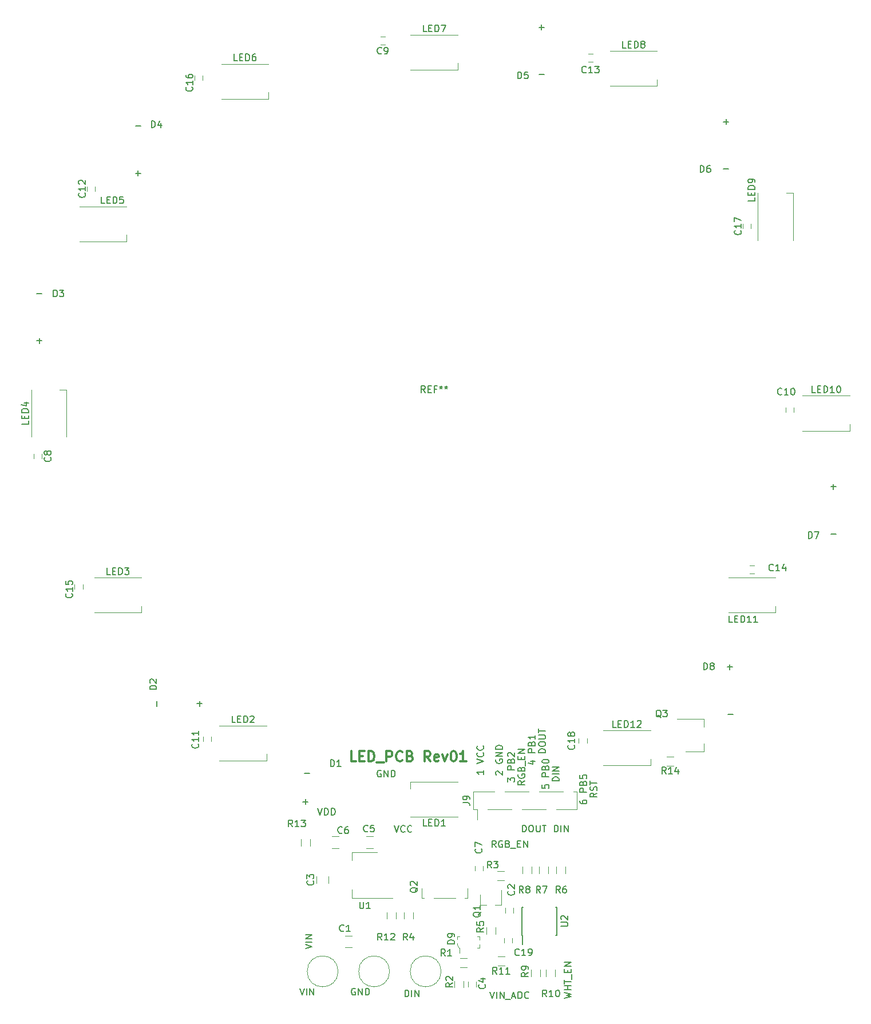
<source format=gbr>
G04 #@! TF.FileFunction,Legend,Top*
%FSLAX46Y46*%
G04 Gerber Fmt 4.6, Leading zero omitted, Abs format (unit mm)*
G04 Created by KiCad (PCBNEW 4.0.7) date 02/08/19 10:13:27*
%MOMM*%
%LPD*%
G01*
G04 APERTURE LIST*
%ADD10C,0.100000*%
%ADD11C,0.300000*%
%ADD12C,0.150000*%
%ADD13C,0.120000*%
G04 APERTURE END LIST*
D10*
D11*
X135760001Y-153078571D02*
X135045715Y-153078571D01*
X135045715Y-151578571D01*
X136260001Y-152292857D02*
X136760001Y-152292857D01*
X136974287Y-153078571D02*
X136260001Y-153078571D01*
X136260001Y-151578571D01*
X136974287Y-151578571D01*
X137617144Y-153078571D02*
X137617144Y-151578571D01*
X137974287Y-151578571D01*
X138188572Y-151650000D01*
X138331430Y-151792857D01*
X138402858Y-151935714D01*
X138474287Y-152221429D01*
X138474287Y-152435714D01*
X138402858Y-152721429D01*
X138331430Y-152864286D01*
X138188572Y-153007143D01*
X137974287Y-153078571D01*
X137617144Y-153078571D01*
X138760001Y-153221429D02*
X139902858Y-153221429D01*
X140260001Y-153078571D02*
X140260001Y-151578571D01*
X140831429Y-151578571D01*
X140974287Y-151650000D01*
X141045715Y-151721429D01*
X141117144Y-151864286D01*
X141117144Y-152078571D01*
X141045715Y-152221429D01*
X140974287Y-152292857D01*
X140831429Y-152364286D01*
X140260001Y-152364286D01*
X142617144Y-152935714D02*
X142545715Y-153007143D01*
X142331429Y-153078571D01*
X142188572Y-153078571D01*
X141974287Y-153007143D01*
X141831429Y-152864286D01*
X141760001Y-152721429D01*
X141688572Y-152435714D01*
X141688572Y-152221429D01*
X141760001Y-151935714D01*
X141831429Y-151792857D01*
X141974287Y-151650000D01*
X142188572Y-151578571D01*
X142331429Y-151578571D01*
X142545715Y-151650000D01*
X142617144Y-151721429D01*
X143760001Y-152292857D02*
X143974287Y-152364286D01*
X144045715Y-152435714D01*
X144117144Y-152578571D01*
X144117144Y-152792857D01*
X144045715Y-152935714D01*
X143974287Y-153007143D01*
X143831429Y-153078571D01*
X143260001Y-153078571D01*
X143260001Y-151578571D01*
X143760001Y-151578571D01*
X143902858Y-151650000D01*
X143974287Y-151721429D01*
X144045715Y-151864286D01*
X144045715Y-152007143D01*
X143974287Y-152150000D01*
X143902858Y-152221429D01*
X143760001Y-152292857D01*
X143260001Y-152292857D01*
X146760001Y-153078571D02*
X146260001Y-152364286D01*
X145902858Y-153078571D02*
X145902858Y-151578571D01*
X146474286Y-151578571D01*
X146617144Y-151650000D01*
X146688572Y-151721429D01*
X146760001Y-151864286D01*
X146760001Y-152078571D01*
X146688572Y-152221429D01*
X146617144Y-152292857D01*
X146474286Y-152364286D01*
X145902858Y-152364286D01*
X147974286Y-153007143D02*
X147831429Y-153078571D01*
X147545715Y-153078571D01*
X147402858Y-153007143D01*
X147331429Y-152864286D01*
X147331429Y-152292857D01*
X147402858Y-152150000D01*
X147545715Y-152078571D01*
X147831429Y-152078571D01*
X147974286Y-152150000D01*
X148045715Y-152292857D01*
X148045715Y-152435714D01*
X147331429Y-152578571D01*
X148545715Y-152078571D02*
X148902858Y-153078571D01*
X149260000Y-152078571D01*
X150117143Y-151578571D02*
X150260000Y-151578571D01*
X150402857Y-151650000D01*
X150474286Y-151721429D01*
X150545715Y-151864286D01*
X150617143Y-152150000D01*
X150617143Y-152507143D01*
X150545715Y-152792857D01*
X150474286Y-152935714D01*
X150402857Y-153007143D01*
X150260000Y-153078571D01*
X150117143Y-153078571D01*
X149974286Y-153007143D01*
X149902857Y-152935714D01*
X149831429Y-152792857D01*
X149760000Y-152507143D01*
X149760000Y-152150000D01*
X149831429Y-151864286D01*
X149902857Y-151721429D01*
X149974286Y-151650000D01*
X150117143Y-151578571D01*
X152045714Y-153078571D02*
X151188571Y-153078571D01*
X151617143Y-153078571D02*
X151617143Y-151578571D01*
X151474286Y-151792857D01*
X151331428Y-151935714D01*
X151188571Y-152007143D01*
D12*
X171394381Y-157773619D02*
X170918190Y-158106953D01*
X171394381Y-158345048D02*
X170394381Y-158345048D01*
X170394381Y-157964095D01*
X170442000Y-157868857D01*
X170489619Y-157821238D01*
X170584857Y-157773619D01*
X170727714Y-157773619D01*
X170822952Y-157821238D01*
X170870571Y-157868857D01*
X170918190Y-157964095D01*
X170918190Y-158345048D01*
X171346762Y-157392667D02*
X171394381Y-157249810D01*
X171394381Y-157011714D01*
X171346762Y-156916476D01*
X171299143Y-156868857D01*
X171203905Y-156821238D01*
X171108667Y-156821238D01*
X171013429Y-156868857D01*
X170965810Y-156916476D01*
X170918190Y-157011714D01*
X170870571Y-157202191D01*
X170822952Y-157297429D01*
X170775333Y-157345048D01*
X170680095Y-157392667D01*
X170584857Y-157392667D01*
X170489619Y-157345048D01*
X170442000Y-157297429D01*
X170394381Y-157202191D01*
X170394381Y-156964095D01*
X170442000Y-156821238D01*
X170394381Y-156535524D02*
X170394381Y-155964095D01*
X171394381Y-156249810D02*
X170394381Y-156249810D01*
X168870381Y-158892666D02*
X168870381Y-159083143D01*
X168918000Y-159178381D01*
X168965619Y-159226000D01*
X169108476Y-159321238D01*
X169298952Y-159368857D01*
X169679905Y-159368857D01*
X169775143Y-159321238D01*
X169822762Y-159273619D01*
X169870381Y-159178381D01*
X169870381Y-158987904D01*
X169822762Y-158892666D01*
X169775143Y-158845047D01*
X169679905Y-158797428D01*
X169441810Y-158797428D01*
X169346571Y-158845047D01*
X169298952Y-158892666D01*
X169251333Y-158987904D01*
X169251333Y-159178381D01*
X169298952Y-159273619D01*
X169346571Y-159321238D01*
X169441810Y-159368857D01*
X169870381Y-157606952D02*
X168870381Y-157606952D01*
X168870381Y-157225999D01*
X168918000Y-157130761D01*
X168965619Y-157083142D01*
X169060857Y-157035523D01*
X169203714Y-157035523D01*
X169298952Y-157083142D01*
X169346571Y-157130761D01*
X169394190Y-157225999D01*
X169394190Y-157606952D01*
X169346571Y-156273618D02*
X169394190Y-156130761D01*
X169441810Y-156083142D01*
X169537048Y-156035523D01*
X169679905Y-156035523D01*
X169775143Y-156083142D01*
X169822762Y-156130761D01*
X169870381Y-156225999D01*
X169870381Y-156606952D01*
X168870381Y-156606952D01*
X168870381Y-156273618D01*
X168918000Y-156178380D01*
X168965619Y-156130761D01*
X169060857Y-156083142D01*
X169156095Y-156083142D01*
X169251333Y-156130761D01*
X169298952Y-156178380D01*
X169346571Y-156273618D01*
X169346571Y-156606952D01*
X168870381Y-155130761D02*
X168870381Y-155606952D01*
X169346571Y-155654571D01*
X169298952Y-155606952D01*
X169251333Y-155511714D01*
X169251333Y-155273618D01*
X169298952Y-155178380D01*
X169346571Y-155130761D01*
X169441810Y-155083142D01*
X169679905Y-155083142D01*
X169775143Y-155130761D01*
X169822762Y-155178380D01*
X169870381Y-155273618D01*
X169870381Y-155511714D01*
X169822762Y-155606952D01*
X169775143Y-155654571D01*
X165806381Y-155963809D02*
X164806381Y-155963809D01*
X164806381Y-155725714D01*
X164854000Y-155582856D01*
X164949238Y-155487618D01*
X165044476Y-155439999D01*
X165234952Y-155392380D01*
X165377810Y-155392380D01*
X165568286Y-155439999D01*
X165663524Y-155487618D01*
X165758762Y-155582856D01*
X165806381Y-155725714D01*
X165806381Y-155963809D01*
X165806381Y-154963809D02*
X164806381Y-154963809D01*
X165806381Y-154487619D02*
X164806381Y-154487619D01*
X165806381Y-153916190D01*
X164806381Y-153916190D01*
X163282381Y-156559047D02*
X163282381Y-157035238D01*
X163758571Y-157082857D01*
X163710952Y-157035238D01*
X163663333Y-156940000D01*
X163663333Y-156701904D01*
X163710952Y-156606666D01*
X163758571Y-156559047D01*
X163853810Y-156511428D01*
X164091905Y-156511428D01*
X164187143Y-156559047D01*
X164234762Y-156606666D01*
X164282381Y-156701904D01*
X164282381Y-156940000D01*
X164234762Y-157035238D01*
X164187143Y-157082857D01*
X164282381Y-155320952D02*
X163282381Y-155320952D01*
X163282381Y-154939999D01*
X163330000Y-154844761D01*
X163377619Y-154797142D01*
X163472857Y-154749523D01*
X163615714Y-154749523D01*
X163710952Y-154797142D01*
X163758571Y-154844761D01*
X163806190Y-154939999D01*
X163806190Y-155320952D01*
X163758571Y-153987618D02*
X163806190Y-153844761D01*
X163853810Y-153797142D01*
X163949048Y-153749523D01*
X164091905Y-153749523D01*
X164187143Y-153797142D01*
X164234762Y-153844761D01*
X164282381Y-153939999D01*
X164282381Y-154320952D01*
X163282381Y-154320952D01*
X163282381Y-153987618D01*
X163330000Y-153892380D01*
X163377619Y-153844761D01*
X163472857Y-153797142D01*
X163568095Y-153797142D01*
X163663333Y-153844761D01*
X163710952Y-153892380D01*
X163758571Y-153987618D01*
X163758571Y-154320952D01*
X163282381Y-153130476D02*
X163282381Y-153035237D01*
X163330000Y-152939999D01*
X163377619Y-152892380D01*
X163472857Y-152844761D01*
X163663333Y-152797142D01*
X163901429Y-152797142D01*
X164091905Y-152844761D01*
X164187143Y-152892380D01*
X164234762Y-152939999D01*
X164282381Y-153035237D01*
X164282381Y-153130476D01*
X164234762Y-153225714D01*
X164187143Y-153273333D01*
X164091905Y-153320952D01*
X163901429Y-153368571D01*
X163663333Y-153368571D01*
X163472857Y-153320952D01*
X163377619Y-153273333D01*
X163330000Y-153225714D01*
X163282381Y-153130476D01*
X163774381Y-151804476D02*
X162774381Y-151804476D01*
X162774381Y-151566381D01*
X162822000Y-151423523D01*
X162917238Y-151328285D01*
X163012476Y-151280666D01*
X163202952Y-151233047D01*
X163345810Y-151233047D01*
X163536286Y-151280666D01*
X163631524Y-151328285D01*
X163726762Y-151423523D01*
X163774381Y-151566381D01*
X163774381Y-151804476D01*
X162774381Y-150614000D02*
X162774381Y-150423523D01*
X162822000Y-150328285D01*
X162917238Y-150233047D01*
X163107714Y-150185428D01*
X163441048Y-150185428D01*
X163631524Y-150233047D01*
X163726762Y-150328285D01*
X163774381Y-150423523D01*
X163774381Y-150614000D01*
X163726762Y-150709238D01*
X163631524Y-150804476D01*
X163441048Y-150852095D01*
X163107714Y-150852095D01*
X162917238Y-150804476D01*
X162822000Y-150709238D01*
X162774381Y-150614000D01*
X162774381Y-149756857D02*
X163583905Y-149756857D01*
X163679143Y-149709238D01*
X163726762Y-149661619D01*
X163774381Y-149566381D01*
X163774381Y-149375904D01*
X163726762Y-149280666D01*
X163679143Y-149233047D01*
X163583905Y-149185428D01*
X162774381Y-149185428D01*
X162774381Y-148852095D02*
X162774381Y-148280666D01*
X163774381Y-148566381D02*
X162774381Y-148566381D01*
X160726381Y-155971619D02*
X160250190Y-156304953D01*
X160726381Y-156543048D02*
X159726381Y-156543048D01*
X159726381Y-156162095D01*
X159774000Y-156066857D01*
X159821619Y-156019238D01*
X159916857Y-155971619D01*
X160059714Y-155971619D01*
X160154952Y-156019238D01*
X160202571Y-156066857D01*
X160250190Y-156162095D01*
X160250190Y-156543048D01*
X159774000Y-155019238D02*
X159726381Y-155114476D01*
X159726381Y-155257333D01*
X159774000Y-155400191D01*
X159869238Y-155495429D01*
X159964476Y-155543048D01*
X160154952Y-155590667D01*
X160297810Y-155590667D01*
X160488286Y-155543048D01*
X160583524Y-155495429D01*
X160678762Y-155400191D01*
X160726381Y-155257333D01*
X160726381Y-155162095D01*
X160678762Y-155019238D01*
X160631143Y-154971619D01*
X160297810Y-154971619D01*
X160297810Y-155162095D01*
X160202571Y-154209714D02*
X160250190Y-154066857D01*
X160297810Y-154019238D01*
X160393048Y-153971619D01*
X160535905Y-153971619D01*
X160631143Y-154019238D01*
X160678762Y-154066857D01*
X160726381Y-154162095D01*
X160726381Y-154543048D01*
X159726381Y-154543048D01*
X159726381Y-154209714D01*
X159774000Y-154114476D01*
X159821619Y-154066857D01*
X159916857Y-154019238D01*
X160012095Y-154019238D01*
X160107333Y-154066857D01*
X160154952Y-154114476D01*
X160202571Y-154209714D01*
X160202571Y-154543048D01*
X160821619Y-153781143D02*
X160821619Y-153019238D01*
X160202571Y-152781143D02*
X160202571Y-152447809D01*
X160726381Y-152304952D02*
X160726381Y-152781143D01*
X159726381Y-152781143D01*
X159726381Y-152304952D01*
X160726381Y-151876381D02*
X159726381Y-151876381D01*
X160726381Y-151304952D01*
X159726381Y-151304952D01*
X161583714Y-153050666D02*
X162250381Y-153050666D01*
X161202762Y-153288762D02*
X161917048Y-153526857D01*
X161917048Y-152907809D01*
X162250381Y-151764952D02*
X161250381Y-151764952D01*
X161250381Y-151383999D01*
X161298000Y-151288761D01*
X161345619Y-151241142D01*
X161440857Y-151193523D01*
X161583714Y-151193523D01*
X161678952Y-151241142D01*
X161726571Y-151288761D01*
X161774190Y-151383999D01*
X161774190Y-151764952D01*
X161726571Y-150431618D02*
X161774190Y-150288761D01*
X161821810Y-150241142D01*
X161917048Y-150193523D01*
X162059905Y-150193523D01*
X162155143Y-150241142D01*
X162202762Y-150288761D01*
X162250381Y-150383999D01*
X162250381Y-150764952D01*
X161250381Y-150764952D01*
X161250381Y-150431618D01*
X161298000Y-150336380D01*
X161345619Y-150288761D01*
X161440857Y-150241142D01*
X161536095Y-150241142D01*
X161631333Y-150288761D01*
X161678952Y-150336380D01*
X161726571Y-150431618D01*
X161726571Y-150764952D01*
X162250381Y-149241142D02*
X162250381Y-149812571D01*
X162250381Y-149526857D02*
X161250381Y-149526857D01*
X161393238Y-149622095D01*
X161488476Y-149717333D01*
X161536095Y-149812571D01*
X158202381Y-156114476D02*
X158202381Y-155495428D01*
X158583333Y-155828762D01*
X158583333Y-155685904D01*
X158630952Y-155590666D01*
X158678571Y-155543047D01*
X158773810Y-155495428D01*
X159011905Y-155495428D01*
X159107143Y-155543047D01*
X159154762Y-155590666D01*
X159202381Y-155685904D01*
X159202381Y-155971619D01*
X159154762Y-156066857D01*
X159107143Y-156114476D01*
X159202381Y-154304952D02*
X158202381Y-154304952D01*
X158202381Y-153923999D01*
X158250000Y-153828761D01*
X158297619Y-153781142D01*
X158392857Y-153733523D01*
X158535714Y-153733523D01*
X158630952Y-153781142D01*
X158678571Y-153828761D01*
X158726190Y-153923999D01*
X158726190Y-154304952D01*
X158678571Y-152971618D02*
X158726190Y-152828761D01*
X158773810Y-152781142D01*
X158869048Y-152733523D01*
X159011905Y-152733523D01*
X159107143Y-152781142D01*
X159154762Y-152828761D01*
X159202381Y-152923999D01*
X159202381Y-153304952D01*
X158202381Y-153304952D01*
X158202381Y-152971618D01*
X158250000Y-152876380D01*
X158297619Y-152828761D01*
X158392857Y-152781142D01*
X158488095Y-152781142D01*
X158583333Y-152828761D01*
X158630952Y-152876380D01*
X158678571Y-152971618D01*
X158678571Y-153304952D01*
X158297619Y-152352571D02*
X158250000Y-152304952D01*
X158202381Y-152209714D01*
X158202381Y-151971618D01*
X158250000Y-151876380D01*
X158297619Y-151828761D01*
X158392857Y-151781142D01*
X158488095Y-151781142D01*
X158630952Y-151828761D01*
X159202381Y-152400190D01*
X159202381Y-151781142D01*
X156519619Y-155098476D02*
X156472000Y-155050857D01*
X156424381Y-154955619D01*
X156424381Y-154717523D01*
X156472000Y-154622285D01*
X156519619Y-154574666D01*
X156614857Y-154527047D01*
X156710095Y-154527047D01*
X156852952Y-154574666D01*
X157424381Y-155146095D01*
X157424381Y-154527047D01*
X156472000Y-152812761D02*
X156424381Y-152907999D01*
X156424381Y-153050856D01*
X156472000Y-153193714D01*
X156567238Y-153288952D01*
X156662476Y-153336571D01*
X156852952Y-153384190D01*
X156995810Y-153384190D01*
X157186286Y-153336571D01*
X157281524Y-153288952D01*
X157376762Y-153193714D01*
X157424381Y-153050856D01*
X157424381Y-152955618D01*
X157376762Y-152812761D01*
X157329143Y-152765142D01*
X156995810Y-152765142D01*
X156995810Y-152955618D01*
X157424381Y-152336571D02*
X156424381Y-152336571D01*
X157424381Y-151765142D01*
X156424381Y-151765142D01*
X157424381Y-151288952D02*
X156424381Y-151288952D01*
X156424381Y-151050857D01*
X156472000Y-150907999D01*
X156567238Y-150812761D01*
X156662476Y-150765142D01*
X156852952Y-150717523D01*
X156995810Y-150717523D01*
X157186286Y-150765142D01*
X157281524Y-150812761D01*
X157376762Y-150907999D01*
X157424381Y-151050857D01*
X157424381Y-151288952D01*
X154630381Y-154431809D02*
X154630381Y-155003238D01*
X154630381Y-154717524D02*
X153630381Y-154717524D01*
X153773238Y-154812762D01*
X153868476Y-154908000D01*
X153916095Y-155003238D01*
X153630381Y-153384190D02*
X154630381Y-153050857D01*
X153630381Y-152717523D01*
X154535143Y-151812761D02*
X154582762Y-151860380D01*
X154630381Y-152003237D01*
X154630381Y-152098475D01*
X154582762Y-152241333D01*
X154487524Y-152336571D01*
X154392286Y-152384190D01*
X154201810Y-152431809D01*
X154058952Y-152431809D01*
X153868476Y-152384190D01*
X153773238Y-152336571D01*
X153678000Y-152241333D01*
X153630381Y-152098475D01*
X153630381Y-152003237D01*
X153678000Y-151860380D01*
X153725619Y-151812761D01*
X154535143Y-150812761D02*
X154582762Y-150860380D01*
X154630381Y-151003237D01*
X154630381Y-151098475D01*
X154582762Y-151241333D01*
X154487524Y-151336571D01*
X154392286Y-151384190D01*
X154201810Y-151431809D01*
X154058952Y-151431809D01*
X153868476Y-151384190D01*
X153773238Y-151336571D01*
X153678000Y-151241333D01*
X153630381Y-151098475D01*
X153630381Y-151003237D01*
X153678000Y-150860380D01*
X153725619Y-150812761D01*
D13*
X135148000Y-166502000D02*
X135148000Y-167762000D01*
X135148000Y-173322000D02*
X135148000Y-172062000D01*
X138908000Y-166502000D02*
X135148000Y-166502000D01*
X141158000Y-173322000D02*
X135148000Y-173322000D01*
X166733788Y-168633428D02*
X166733788Y-169633428D01*
X165373788Y-169633428D02*
X165373788Y-168633428D01*
X135120000Y-178855000D02*
X134120000Y-178855000D01*
X134120000Y-180555000D02*
X135120000Y-180555000D01*
X159045788Y-174783000D02*
X159045788Y-175483000D01*
X157845788Y-175483000D02*
X157845788Y-174783000D01*
X129942298Y-170089852D02*
X129942298Y-171089852D01*
X131642298Y-171089852D02*
X131642298Y-170089852D01*
X153508000Y-185705000D02*
X153508000Y-186405000D01*
X152308000Y-186405000D02*
X152308000Y-185705000D01*
X137277298Y-165900852D02*
X138277298Y-165900852D01*
X138277298Y-164200852D02*
X137277298Y-164200852D01*
X133197298Y-164200852D02*
X132197298Y-164200852D01*
X132197298Y-165900852D02*
X133197298Y-165900852D01*
X154524000Y-168560000D02*
X154524000Y-169260000D01*
X153324000Y-169260000D02*
X153324000Y-168560000D01*
X89246000Y-107600000D02*
X89246000Y-108300000D01*
X88046000Y-108300000D02*
X88046000Y-107600000D01*
X140050000Y-47082000D02*
X139350000Y-47082000D01*
X139350000Y-45882000D02*
X140050000Y-45882000D01*
X200498000Y-100742000D02*
X200498000Y-101442000D01*
X199298000Y-101442000D02*
X199298000Y-100742000D01*
X114320000Y-149450000D02*
X114320000Y-150150000D01*
X113120000Y-150150000D02*
X113120000Y-149450000D01*
X95920000Y-68742000D02*
X95920000Y-68042000D01*
X97120000Y-68042000D02*
X97120000Y-68742000D01*
X170784000Y-49622000D02*
X170084000Y-49622000D01*
X170084000Y-48422000D02*
X170784000Y-48422000D01*
X193970000Y-124114000D02*
X194670000Y-124114000D01*
X194670000Y-125314000D02*
X193970000Y-125314000D01*
X95320000Y-126900000D02*
X95320000Y-127600000D01*
X94120000Y-127600000D02*
X94120000Y-126900000D01*
X113056000Y-51652000D02*
X113056000Y-52352000D01*
X111856000Y-52352000D02*
X111856000Y-51652000D01*
X192948000Y-74264000D02*
X192948000Y-73564000D01*
X194148000Y-73564000D02*
X194148000Y-74264000D01*
X169920000Y-149700000D02*
X169920000Y-150400000D01*
X168720000Y-150400000D02*
X168720000Y-149700000D01*
X133096000Y-184150000D02*
G75*
G03X133096000Y-184150000I-2286000J0D01*
G01*
X140716000Y-184150000D02*
G75*
G03X140716000Y-184150000I-2286000J0D01*
G01*
X148336000Y-184150000D02*
G75*
G03X148336000Y-184150000I-2286000J0D01*
G01*
X150820000Y-161300000D02*
X143820000Y-161300000D01*
X150820000Y-156100000D02*
X143820000Y-156100000D01*
X143820000Y-156100000D02*
X143820000Y-157100000D01*
X115520000Y-147800000D02*
X122520000Y-147800000D01*
X115520000Y-153000000D02*
X122520000Y-153000000D01*
X122520000Y-153000000D02*
X122520000Y-152000000D01*
X97020000Y-125900000D02*
X104020000Y-125900000D01*
X97020000Y-131100000D02*
X104020000Y-131100000D01*
X104020000Y-131100000D02*
X104020000Y-130100000D01*
X87720000Y-105100000D02*
X87720000Y-98100000D01*
X92920000Y-105100000D02*
X92920000Y-98100000D01*
X92920000Y-98100000D02*
X91920000Y-98100000D01*
X94820000Y-71000000D02*
X101820000Y-71000000D01*
X94820000Y-76200000D02*
X101820000Y-76200000D01*
X101820000Y-76200000D02*
X101820000Y-75200000D01*
X115814000Y-49910000D02*
X122814000Y-49910000D01*
X115814000Y-55110000D02*
X122814000Y-55110000D01*
X122814000Y-55110000D02*
X122814000Y-54110000D01*
X143820000Y-45610000D02*
X150820000Y-45610000D01*
X143820000Y-50810000D02*
X150820000Y-50810000D01*
X150820000Y-50810000D02*
X150820000Y-49810000D01*
X173320000Y-48000000D02*
X180320000Y-48000000D01*
X173320000Y-53200000D02*
X180320000Y-53200000D01*
X180320000Y-53200000D02*
X180320000Y-52200000D01*
X195220000Y-76000000D02*
X195220000Y-69000000D01*
X200420000Y-76000000D02*
X200420000Y-69000000D01*
X200420000Y-69000000D02*
X199420000Y-69000000D01*
X201820000Y-99000000D02*
X208820000Y-99000000D01*
X201820000Y-104200000D02*
X208820000Y-104200000D01*
X208820000Y-104200000D02*
X208820000Y-103200000D01*
X190820000Y-125900000D02*
X197820000Y-125900000D01*
X190820000Y-131100000D02*
X197820000Y-131100000D01*
X197820000Y-131100000D02*
X197820000Y-130100000D01*
X172320000Y-148500000D02*
X179320000Y-148500000D01*
X172320000Y-153700000D02*
X179320000Y-153700000D01*
X179320000Y-153700000D02*
X179320000Y-152700000D01*
X154122000Y-174302672D02*
X155052000Y-174302672D01*
X157282000Y-174302672D02*
X156352000Y-174302672D01*
X157282000Y-174302672D02*
X157282000Y-172142672D01*
X154122000Y-174302672D02*
X154122000Y-172842672D01*
X145819688Y-173351202D02*
X145469688Y-173351202D01*
X145469688Y-173351202D02*
X145469688Y-171851202D01*
X150469688Y-173351202D02*
X147269688Y-173351202D01*
X152269688Y-171851202D02*
X152269688Y-173351202D01*
X152269688Y-173351202D02*
X151869688Y-173351202D01*
X152138000Y-183560000D02*
X151138000Y-183560000D01*
X151138000Y-182200000D02*
X152138000Y-182200000D01*
X150323000Y-186555000D02*
X150323000Y-185555000D01*
X151683000Y-185555000D02*
X151683000Y-186555000D01*
X156642000Y-169322672D02*
X157642000Y-169322672D01*
X157642000Y-170682672D02*
X156642000Y-170682672D01*
X144190000Y-175395000D02*
X144190000Y-176395000D01*
X142830000Y-176395000D02*
X142830000Y-175395000D01*
X156382000Y-177638000D02*
X156382000Y-178638000D01*
X155022000Y-178638000D02*
X155022000Y-177638000D01*
X164233788Y-168633428D02*
X164233788Y-169633428D01*
X162873788Y-169633428D02*
X162873788Y-168633428D01*
X161733788Y-168633428D02*
X161733788Y-169633428D01*
X160373788Y-169633428D02*
X160373788Y-168633428D01*
X161623788Y-184883428D02*
X161623788Y-183883428D01*
X162983788Y-183883428D02*
X162983788Y-184883428D01*
X163873788Y-184883428D02*
X163873788Y-183883428D01*
X165233788Y-183883428D02*
X165233788Y-184883428D01*
X156726000Y-181946000D02*
X157726000Y-181946000D01*
X157726000Y-183306000D02*
X156726000Y-183306000D01*
D12*
X160315788Y-178788428D02*
X160365788Y-178788428D01*
X160315788Y-174638428D02*
X160460788Y-174638428D01*
X165465788Y-174638428D02*
X165320788Y-174638428D01*
X165465788Y-178788428D02*
X165320788Y-178788428D01*
X160315788Y-178788428D02*
X160315788Y-174638428D01*
X165465788Y-178788428D02*
X165465788Y-174638428D01*
X160365788Y-178788428D02*
X160365788Y-180188428D01*
D13*
X158842000Y-179228000D02*
X158842000Y-179928000D01*
X157642000Y-179928000D02*
X157642000Y-179228000D01*
X153102000Y-160203000D02*
X153102000Y-157543000D01*
X168462000Y-160203000D02*
X168462000Y-157543000D01*
X153102000Y-157543000D02*
X156212000Y-157543000D01*
X153672000Y-160203000D02*
X153672000Y-161723000D01*
X153102000Y-160203000D02*
X153672000Y-160203000D01*
X167892000Y-157543000D02*
X168462000Y-157543000D01*
X157732000Y-157543000D02*
X161292000Y-157543000D01*
X162812000Y-157543000D02*
X166372000Y-157543000D01*
X155192000Y-160203000D02*
X158752000Y-160203000D01*
X160272000Y-160203000D02*
X163832000Y-160203000D01*
X165352000Y-160203000D02*
X168462000Y-160203000D01*
X141650000Y-175395000D02*
X141650000Y-176395000D01*
X140290000Y-176395000D02*
X140290000Y-175395000D01*
D10*
X150750000Y-180007000D02*
X150750000Y-180282000D01*
X150750000Y-180282000D02*
X151025000Y-180657000D01*
X151025000Y-180657000D02*
X151075000Y-180657000D01*
X151075000Y-180657000D02*
X151075000Y-181432000D01*
X154050000Y-180182000D02*
X154050000Y-180657000D01*
X154050000Y-180657000D02*
X153700000Y-180657000D01*
X153825000Y-179007000D02*
X153700000Y-179007000D01*
X153750000Y-179007000D02*
X154050000Y-179007000D01*
X154050000Y-179007000D02*
X154050000Y-179457000D01*
X150750000Y-179382000D02*
X150750000Y-179007000D01*
X150750000Y-179007000D02*
X151050000Y-179007000D01*
D13*
X187200000Y-150425000D02*
X187200000Y-151625000D01*
X187200000Y-151625000D02*
X184500000Y-151625000D01*
X183200000Y-146825000D02*
X187200000Y-146825000D01*
X187200000Y-146825000D02*
X187200000Y-148025000D01*
X127590000Y-165600000D02*
X127590000Y-164600000D01*
X128950000Y-164600000D02*
X128950000Y-165600000D01*
X181745000Y-152355000D02*
X182745000Y-152355000D01*
X182745000Y-153715000D02*
X181745000Y-153715000D01*
D12*
X136296095Y-173864381D02*
X136296095Y-174673905D01*
X136343714Y-174769143D01*
X136391333Y-174816762D01*
X136486571Y-174864381D01*
X136677048Y-174864381D01*
X136772286Y-174816762D01*
X136819905Y-174769143D01*
X136867524Y-174673905D01*
X136867524Y-173864381D01*
X137867524Y-174864381D02*
X137296095Y-174864381D01*
X137581809Y-174864381D02*
X137581809Y-173864381D01*
X137486571Y-174007238D01*
X137391333Y-174102476D01*
X137296095Y-174150095D01*
X165949334Y-172537381D02*
X165616000Y-172061190D01*
X165377905Y-172537381D02*
X165377905Y-171537381D01*
X165758858Y-171537381D01*
X165854096Y-171585000D01*
X165901715Y-171632619D01*
X165949334Y-171727857D01*
X165949334Y-171870714D01*
X165901715Y-171965952D01*
X165854096Y-172013571D01*
X165758858Y-172061190D01*
X165377905Y-172061190D01*
X166806477Y-171537381D02*
X166616000Y-171537381D01*
X166520762Y-171585000D01*
X166473143Y-171632619D01*
X166377905Y-171775476D01*
X166330286Y-171965952D01*
X166330286Y-172346905D01*
X166377905Y-172442143D01*
X166425524Y-172489762D01*
X166520762Y-172537381D01*
X166711239Y-172537381D01*
X166806477Y-172489762D01*
X166854096Y-172442143D01*
X166901715Y-172346905D01*
X166901715Y-172108810D01*
X166854096Y-172013571D01*
X166806477Y-171965952D01*
X166711239Y-171918333D01*
X166520762Y-171918333D01*
X166425524Y-171965952D01*
X166377905Y-172013571D01*
X166330286Y-172108810D01*
X133945334Y-178157143D02*
X133897715Y-178204762D01*
X133754858Y-178252381D01*
X133659620Y-178252381D01*
X133516762Y-178204762D01*
X133421524Y-178109524D01*
X133373905Y-178014286D01*
X133326286Y-177823810D01*
X133326286Y-177680952D01*
X133373905Y-177490476D01*
X133421524Y-177395238D01*
X133516762Y-177300000D01*
X133659620Y-177252381D01*
X133754858Y-177252381D01*
X133897715Y-177300000D01*
X133945334Y-177347619D01*
X134897715Y-178252381D02*
X134326286Y-178252381D01*
X134612000Y-178252381D02*
X134612000Y-177252381D01*
X134516762Y-177395238D01*
X134421524Y-177490476D01*
X134326286Y-177538095D01*
X159107143Y-172251666D02*
X159154762Y-172299285D01*
X159202381Y-172442142D01*
X159202381Y-172537380D01*
X159154762Y-172680238D01*
X159059524Y-172775476D01*
X158964286Y-172823095D01*
X158773810Y-172870714D01*
X158630952Y-172870714D01*
X158440476Y-172823095D01*
X158345238Y-172775476D01*
X158250000Y-172680238D01*
X158202381Y-172537380D01*
X158202381Y-172442142D01*
X158250000Y-172299285D01*
X158297619Y-172251666D01*
X158297619Y-171870714D02*
X158250000Y-171823095D01*
X158202381Y-171727857D01*
X158202381Y-171489761D01*
X158250000Y-171394523D01*
X158297619Y-171346904D01*
X158392857Y-171299285D01*
X158488095Y-171299285D01*
X158630952Y-171346904D01*
X159202381Y-171918333D01*
X159202381Y-171299285D01*
X129399441Y-170756518D02*
X129447060Y-170804137D01*
X129494679Y-170946994D01*
X129494679Y-171042232D01*
X129447060Y-171185090D01*
X129351822Y-171280328D01*
X129256584Y-171327947D01*
X129066108Y-171375566D01*
X128923250Y-171375566D01*
X128732774Y-171327947D01*
X128637536Y-171280328D01*
X128542298Y-171185090D01*
X128494679Y-171042232D01*
X128494679Y-170946994D01*
X128542298Y-170804137D01*
X128589917Y-170756518D01*
X128494679Y-170423185D02*
X128494679Y-169804137D01*
X128875631Y-170137471D01*
X128875631Y-169994613D01*
X128923250Y-169899375D01*
X128970869Y-169851756D01*
X129066108Y-169804137D01*
X129304203Y-169804137D01*
X129399441Y-169851756D01*
X129447060Y-169899375D01*
X129494679Y-169994613D01*
X129494679Y-170280328D01*
X129447060Y-170375566D01*
X129399441Y-170423185D01*
X154789143Y-186094666D02*
X154836762Y-186142285D01*
X154884381Y-186285142D01*
X154884381Y-186380380D01*
X154836762Y-186523238D01*
X154741524Y-186618476D01*
X154646286Y-186666095D01*
X154455810Y-186713714D01*
X154312952Y-186713714D01*
X154122476Y-186666095D01*
X154027238Y-186618476D01*
X153932000Y-186523238D01*
X153884381Y-186380380D01*
X153884381Y-186285142D01*
X153932000Y-186142285D01*
X153979619Y-186094666D01*
X154217714Y-185237523D02*
X154884381Y-185237523D01*
X153836762Y-185475619D02*
X154551048Y-185713714D01*
X154551048Y-185094666D01*
X137501334Y-163425143D02*
X137453715Y-163472762D01*
X137310858Y-163520381D01*
X137215620Y-163520381D01*
X137072762Y-163472762D01*
X136977524Y-163377524D01*
X136929905Y-163282286D01*
X136882286Y-163091810D01*
X136882286Y-162948952D01*
X136929905Y-162758476D01*
X136977524Y-162663238D01*
X137072762Y-162568000D01*
X137215620Y-162520381D01*
X137310858Y-162520381D01*
X137453715Y-162568000D01*
X137501334Y-162615619D01*
X138406096Y-162520381D02*
X137929905Y-162520381D01*
X137882286Y-162996571D01*
X137929905Y-162948952D01*
X138025143Y-162901333D01*
X138263239Y-162901333D01*
X138358477Y-162948952D01*
X138406096Y-162996571D01*
X138453715Y-163091810D01*
X138453715Y-163329905D01*
X138406096Y-163425143D01*
X138358477Y-163472762D01*
X138263239Y-163520381D01*
X138025143Y-163520381D01*
X137929905Y-163472762D01*
X137882286Y-163425143D01*
X133691334Y-163657995D02*
X133643715Y-163705614D01*
X133500858Y-163753233D01*
X133405620Y-163753233D01*
X133262762Y-163705614D01*
X133167524Y-163610376D01*
X133119905Y-163515138D01*
X133072286Y-163324662D01*
X133072286Y-163181804D01*
X133119905Y-162991328D01*
X133167524Y-162896090D01*
X133262762Y-162800852D01*
X133405620Y-162753233D01*
X133500858Y-162753233D01*
X133643715Y-162800852D01*
X133691334Y-162848471D01*
X134548477Y-162753233D02*
X134358000Y-162753233D01*
X134262762Y-162800852D01*
X134215143Y-162848471D01*
X134119905Y-162991328D01*
X134072286Y-163181804D01*
X134072286Y-163562757D01*
X134119905Y-163657995D01*
X134167524Y-163705614D01*
X134262762Y-163753233D01*
X134453239Y-163753233D01*
X134548477Y-163705614D01*
X134596096Y-163657995D01*
X134643715Y-163562757D01*
X134643715Y-163324662D01*
X134596096Y-163229423D01*
X134548477Y-163181804D01*
X134453239Y-163134185D01*
X134262762Y-163134185D01*
X134167524Y-163181804D01*
X134119905Y-163229423D01*
X134072286Y-163324662D01*
X154281143Y-166028666D02*
X154328762Y-166076285D01*
X154376381Y-166219142D01*
X154376381Y-166314380D01*
X154328762Y-166457238D01*
X154233524Y-166552476D01*
X154138286Y-166600095D01*
X153947810Y-166647714D01*
X153804952Y-166647714D01*
X153614476Y-166600095D01*
X153519238Y-166552476D01*
X153424000Y-166457238D01*
X153376381Y-166314380D01*
X153376381Y-166219142D01*
X153424000Y-166076285D01*
X153471619Y-166028666D01*
X153376381Y-165695333D02*
X153376381Y-165028666D01*
X154376381Y-165457238D01*
X90527143Y-108116666D02*
X90574762Y-108164285D01*
X90622381Y-108307142D01*
X90622381Y-108402380D01*
X90574762Y-108545238D01*
X90479524Y-108640476D01*
X90384286Y-108688095D01*
X90193810Y-108735714D01*
X90050952Y-108735714D01*
X89860476Y-108688095D01*
X89765238Y-108640476D01*
X89670000Y-108545238D01*
X89622381Y-108402380D01*
X89622381Y-108307142D01*
X89670000Y-108164285D01*
X89717619Y-108116666D01*
X90050952Y-107545238D02*
X90003333Y-107640476D01*
X89955714Y-107688095D01*
X89860476Y-107735714D01*
X89812857Y-107735714D01*
X89717619Y-107688095D01*
X89670000Y-107640476D01*
X89622381Y-107545238D01*
X89622381Y-107354761D01*
X89670000Y-107259523D01*
X89717619Y-107211904D01*
X89812857Y-107164285D01*
X89860476Y-107164285D01*
X89955714Y-107211904D01*
X90003333Y-107259523D01*
X90050952Y-107354761D01*
X90050952Y-107545238D01*
X90098571Y-107640476D01*
X90146190Y-107688095D01*
X90241429Y-107735714D01*
X90431905Y-107735714D01*
X90527143Y-107688095D01*
X90574762Y-107640476D01*
X90622381Y-107545238D01*
X90622381Y-107354761D01*
X90574762Y-107259523D01*
X90527143Y-107211904D01*
X90431905Y-107164285D01*
X90241429Y-107164285D01*
X90146190Y-107211904D01*
X90098571Y-107259523D01*
X90050952Y-107354761D01*
X139533334Y-48363143D02*
X139485715Y-48410762D01*
X139342858Y-48458381D01*
X139247620Y-48458381D01*
X139104762Y-48410762D01*
X139009524Y-48315524D01*
X138961905Y-48220286D01*
X138914286Y-48029810D01*
X138914286Y-47886952D01*
X138961905Y-47696476D01*
X139009524Y-47601238D01*
X139104762Y-47506000D01*
X139247620Y-47458381D01*
X139342858Y-47458381D01*
X139485715Y-47506000D01*
X139533334Y-47553619D01*
X140009524Y-48458381D02*
X140200000Y-48458381D01*
X140295239Y-48410762D01*
X140342858Y-48363143D01*
X140438096Y-48220286D01*
X140485715Y-48029810D01*
X140485715Y-47648857D01*
X140438096Y-47553619D01*
X140390477Y-47506000D01*
X140295239Y-47458381D01*
X140104762Y-47458381D01*
X140009524Y-47506000D01*
X139961905Y-47553619D01*
X139914286Y-47648857D01*
X139914286Y-47886952D01*
X139961905Y-47982190D01*
X140009524Y-48029810D01*
X140104762Y-48077429D01*
X140295239Y-48077429D01*
X140390477Y-48029810D01*
X140438096Y-47982190D01*
X140485715Y-47886952D01*
X198747143Y-98782143D02*
X198699524Y-98829762D01*
X198556667Y-98877381D01*
X198461429Y-98877381D01*
X198318571Y-98829762D01*
X198223333Y-98734524D01*
X198175714Y-98639286D01*
X198128095Y-98448810D01*
X198128095Y-98305952D01*
X198175714Y-98115476D01*
X198223333Y-98020238D01*
X198318571Y-97925000D01*
X198461429Y-97877381D01*
X198556667Y-97877381D01*
X198699524Y-97925000D01*
X198747143Y-97972619D01*
X199699524Y-98877381D02*
X199128095Y-98877381D01*
X199413809Y-98877381D02*
X199413809Y-97877381D01*
X199318571Y-98020238D01*
X199223333Y-98115476D01*
X199128095Y-98163095D01*
X200318571Y-97877381D02*
X200413810Y-97877381D01*
X200509048Y-97925000D01*
X200556667Y-97972619D01*
X200604286Y-98067857D01*
X200651905Y-98258333D01*
X200651905Y-98496429D01*
X200604286Y-98686905D01*
X200556667Y-98782143D01*
X200509048Y-98829762D01*
X200413810Y-98877381D01*
X200318571Y-98877381D01*
X200223333Y-98829762D01*
X200175714Y-98782143D01*
X200128095Y-98686905D01*
X200080476Y-98496429D01*
X200080476Y-98258333D01*
X200128095Y-98067857D01*
X200175714Y-97972619D01*
X200223333Y-97925000D01*
X200318571Y-97877381D01*
X112371143Y-150502857D02*
X112418762Y-150550476D01*
X112466381Y-150693333D01*
X112466381Y-150788571D01*
X112418762Y-150931429D01*
X112323524Y-151026667D01*
X112228286Y-151074286D01*
X112037810Y-151121905D01*
X111894952Y-151121905D01*
X111704476Y-151074286D01*
X111609238Y-151026667D01*
X111514000Y-150931429D01*
X111466381Y-150788571D01*
X111466381Y-150693333D01*
X111514000Y-150550476D01*
X111561619Y-150502857D01*
X112466381Y-149550476D02*
X112466381Y-150121905D01*
X112466381Y-149836191D02*
X111466381Y-149836191D01*
X111609238Y-149931429D01*
X111704476Y-150026667D01*
X111752095Y-150121905D01*
X112466381Y-148598095D02*
X112466381Y-149169524D01*
X112466381Y-148883810D02*
X111466381Y-148883810D01*
X111609238Y-148979048D01*
X111704476Y-149074286D01*
X111752095Y-149169524D01*
X95627143Y-69034857D02*
X95674762Y-69082476D01*
X95722381Y-69225333D01*
X95722381Y-69320571D01*
X95674762Y-69463429D01*
X95579524Y-69558667D01*
X95484286Y-69606286D01*
X95293810Y-69653905D01*
X95150952Y-69653905D01*
X94960476Y-69606286D01*
X94865238Y-69558667D01*
X94770000Y-69463429D01*
X94722381Y-69320571D01*
X94722381Y-69225333D01*
X94770000Y-69082476D01*
X94817619Y-69034857D01*
X95722381Y-68082476D02*
X95722381Y-68653905D01*
X95722381Y-68368191D02*
X94722381Y-68368191D01*
X94865238Y-68463429D01*
X94960476Y-68558667D01*
X95008095Y-68653905D01*
X94817619Y-67701524D02*
X94770000Y-67653905D01*
X94722381Y-67558667D01*
X94722381Y-67320571D01*
X94770000Y-67225333D01*
X94817619Y-67177714D01*
X94912857Y-67130095D01*
X95008095Y-67130095D01*
X95150952Y-67177714D01*
X95722381Y-67749143D01*
X95722381Y-67130095D01*
X169791143Y-51157143D02*
X169743524Y-51204762D01*
X169600667Y-51252381D01*
X169505429Y-51252381D01*
X169362571Y-51204762D01*
X169267333Y-51109524D01*
X169219714Y-51014286D01*
X169172095Y-50823810D01*
X169172095Y-50680952D01*
X169219714Y-50490476D01*
X169267333Y-50395238D01*
X169362571Y-50300000D01*
X169505429Y-50252381D01*
X169600667Y-50252381D01*
X169743524Y-50300000D01*
X169791143Y-50347619D01*
X170743524Y-51252381D02*
X170172095Y-51252381D01*
X170457809Y-51252381D02*
X170457809Y-50252381D01*
X170362571Y-50395238D01*
X170267333Y-50490476D01*
X170172095Y-50538095D01*
X171076857Y-50252381D02*
X171695905Y-50252381D01*
X171362571Y-50633333D01*
X171505429Y-50633333D01*
X171600667Y-50680952D01*
X171648286Y-50728571D01*
X171695905Y-50823810D01*
X171695905Y-51061905D01*
X171648286Y-51157143D01*
X171600667Y-51204762D01*
X171505429Y-51252381D01*
X171219714Y-51252381D01*
X171124476Y-51204762D01*
X171076857Y-51157143D01*
X197477143Y-124817143D02*
X197429524Y-124864762D01*
X197286667Y-124912381D01*
X197191429Y-124912381D01*
X197048571Y-124864762D01*
X196953333Y-124769524D01*
X196905714Y-124674286D01*
X196858095Y-124483810D01*
X196858095Y-124340952D01*
X196905714Y-124150476D01*
X196953333Y-124055238D01*
X197048571Y-123960000D01*
X197191429Y-123912381D01*
X197286667Y-123912381D01*
X197429524Y-123960000D01*
X197477143Y-124007619D01*
X198429524Y-124912381D02*
X197858095Y-124912381D01*
X198143809Y-124912381D02*
X198143809Y-123912381D01*
X198048571Y-124055238D01*
X197953333Y-124150476D01*
X197858095Y-124198095D01*
X199286667Y-124245714D02*
X199286667Y-124912381D01*
X199048571Y-123864762D02*
X198810476Y-124579048D01*
X199429524Y-124579048D01*
X93702143Y-128277857D02*
X93749762Y-128325476D01*
X93797381Y-128468333D01*
X93797381Y-128563571D01*
X93749762Y-128706429D01*
X93654524Y-128801667D01*
X93559286Y-128849286D01*
X93368810Y-128896905D01*
X93225952Y-128896905D01*
X93035476Y-128849286D01*
X92940238Y-128801667D01*
X92845000Y-128706429D01*
X92797381Y-128563571D01*
X92797381Y-128468333D01*
X92845000Y-128325476D01*
X92892619Y-128277857D01*
X93797381Y-127325476D02*
X93797381Y-127896905D01*
X93797381Y-127611191D02*
X92797381Y-127611191D01*
X92940238Y-127706429D01*
X93035476Y-127801667D01*
X93083095Y-127896905D01*
X92797381Y-126420714D02*
X92797381Y-126896905D01*
X93273571Y-126944524D01*
X93225952Y-126896905D01*
X93178333Y-126801667D01*
X93178333Y-126563571D01*
X93225952Y-126468333D01*
X93273571Y-126420714D01*
X93368810Y-126373095D01*
X93606905Y-126373095D01*
X93702143Y-126420714D01*
X93749762Y-126468333D01*
X93797381Y-126563571D01*
X93797381Y-126801667D01*
X93749762Y-126896905D01*
X93702143Y-126944524D01*
X111482143Y-53347857D02*
X111529762Y-53395476D01*
X111577381Y-53538333D01*
X111577381Y-53633571D01*
X111529762Y-53776429D01*
X111434524Y-53871667D01*
X111339286Y-53919286D01*
X111148810Y-53966905D01*
X111005952Y-53966905D01*
X110815476Y-53919286D01*
X110720238Y-53871667D01*
X110625000Y-53776429D01*
X110577381Y-53633571D01*
X110577381Y-53538333D01*
X110625000Y-53395476D01*
X110672619Y-53347857D01*
X111577381Y-52395476D02*
X111577381Y-52966905D01*
X111577381Y-52681191D02*
X110577381Y-52681191D01*
X110720238Y-52776429D01*
X110815476Y-52871667D01*
X110863095Y-52966905D01*
X110577381Y-51538333D02*
X110577381Y-51728810D01*
X110625000Y-51824048D01*
X110672619Y-51871667D01*
X110815476Y-51966905D01*
X111005952Y-52014524D01*
X111386905Y-52014524D01*
X111482143Y-51966905D01*
X111529762Y-51919286D01*
X111577381Y-51824048D01*
X111577381Y-51633571D01*
X111529762Y-51538333D01*
X111482143Y-51490714D01*
X111386905Y-51443095D01*
X111148810Y-51443095D01*
X111053571Y-51490714D01*
X111005952Y-51538333D01*
X110958333Y-51633571D01*
X110958333Y-51824048D01*
X111005952Y-51919286D01*
X111053571Y-51966905D01*
X111148810Y-52014524D01*
X192655143Y-74556857D02*
X192702762Y-74604476D01*
X192750381Y-74747333D01*
X192750381Y-74842571D01*
X192702762Y-74985429D01*
X192607524Y-75080667D01*
X192512286Y-75128286D01*
X192321810Y-75175905D01*
X192178952Y-75175905D01*
X191988476Y-75128286D01*
X191893238Y-75080667D01*
X191798000Y-74985429D01*
X191750381Y-74842571D01*
X191750381Y-74747333D01*
X191798000Y-74604476D01*
X191845619Y-74556857D01*
X192750381Y-73604476D02*
X192750381Y-74175905D01*
X192750381Y-73890191D02*
X191750381Y-73890191D01*
X191893238Y-73985429D01*
X191988476Y-74080667D01*
X192036095Y-74175905D01*
X191750381Y-73271143D02*
X191750381Y-72604476D01*
X192750381Y-73033048D01*
X167997143Y-150692857D02*
X168044762Y-150740476D01*
X168092381Y-150883333D01*
X168092381Y-150978571D01*
X168044762Y-151121429D01*
X167949524Y-151216667D01*
X167854286Y-151264286D01*
X167663810Y-151311905D01*
X167520952Y-151311905D01*
X167330476Y-151264286D01*
X167235238Y-151216667D01*
X167140000Y-151121429D01*
X167092381Y-150978571D01*
X167092381Y-150883333D01*
X167140000Y-150740476D01*
X167187619Y-150692857D01*
X168092381Y-149740476D02*
X168092381Y-150311905D01*
X168092381Y-150026191D02*
X167092381Y-150026191D01*
X167235238Y-150121429D01*
X167330476Y-150216667D01*
X167378095Y-150311905D01*
X167520952Y-149169048D02*
X167473333Y-149264286D01*
X167425714Y-149311905D01*
X167330476Y-149359524D01*
X167282857Y-149359524D01*
X167187619Y-149311905D01*
X167140000Y-149264286D01*
X167092381Y-149169048D01*
X167092381Y-148978571D01*
X167140000Y-148883333D01*
X167187619Y-148835714D01*
X167282857Y-148788095D01*
X167330476Y-148788095D01*
X167425714Y-148835714D01*
X167473333Y-148883333D01*
X167520952Y-148978571D01*
X167520952Y-149169048D01*
X167568571Y-149264286D01*
X167616190Y-149311905D01*
X167711429Y-149359524D01*
X167901905Y-149359524D01*
X167997143Y-149311905D01*
X168044762Y-149264286D01*
X168092381Y-149169048D01*
X168092381Y-148978571D01*
X168044762Y-148883333D01*
X167997143Y-148835714D01*
X167901905Y-148788095D01*
X167711429Y-148788095D01*
X167616190Y-148835714D01*
X167568571Y-148883333D01*
X167520952Y-148978571D01*
X127428762Y-186650381D02*
X127762095Y-187650381D01*
X128095429Y-186650381D01*
X128428762Y-187650381D02*
X128428762Y-186650381D01*
X128904952Y-187650381D02*
X128904952Y-186650381D01*
X129476381Y-187650381D01*
X129476381Y-186650381D01*
X135636096Y-186698000D02*
X135540858Y-186650381D01*
X135398001Y-186650381D01*
X135255143Y-186698000D01*
X135159905Y-186793238D01*
X135112286Y-186888476D01*
X135064667Y-187078952D01*
X135064667Y-187221810D01*
X135112286Y-187412286D01*
X135159905Y-187507524D01*
X135255143Y-187602762D01*
X135398001Y-187650381D01*
X135493239Y-187650381D01*
X135636096Y-187602762D01*
X135683715Y-187555143D01*
X135683715Y-187221810D01*
X135493239Y-187221810D01*
X136112286Y-187650381D02*
X136112286Y-186650381D01*
X136683715Y-187650381D01*
X136683715Y-186650381D01*
X137159905Y-187650381D02*
X137159905Y-186650381D01*
X137398000Y-186650381D01*
X137540858Y-186698000D01*
X137636096Y-186793238D01*
X137683715Y-186888476D01*
X137731334Y-187078952D01*
X137731334Y-187221810D01*
X137683715Y-187412286D01*
X137636096Y-187507524D01*
X137540858Y-187602762D01*
X137398000Y-187650381D01*
X137159905Y-187650381D01*
X142994191Y-187904381D02*
X142994191Y-186904381D01*
X143232286Y-186904381D01*
X143375144Y-186952000D01*
X143470382Y-187047238D01*
X143518001Y-187142476D01*
X143565620Y-187332952D01*
X143565620Y-187475810D01*
X143518001Y-187666286D01*
X143470382Y-187761524D01*
X143375144Y-187856762D01*
X143232286Y-187904381D01*
X142994191Y-187904381D01*
X143994191Y-187904381D02*
X143994191Y-186904381D01*
X144470381Y-187904381D02*
X144470381Y-186904381D01*
X145041810Y-187904381D01*
X145041810Y-186904381D01*
X146200953Y-162652381D02*
X145724762Y-162652381D01*
X145724762Y-161652381D01*
X146534286Y-162128571D02*
X146867620Y-162128571D01*
X147010477Y-162652381D02*
X146534286Y-162652381D01*
X146534286Y-161652381D01*
X147010477Y-161652381D01*
X147439048Y-162652381D02*
X147439048Y-161652381D01*
X147677143Y-161652381D01*
X147820001Y-161700000D01*
X147915239Y-161795238D01*
X147962858Y-161890476D01*
X148010477Y-162080952D01*
X148010477Y-162223810D01*
X147962858Y-162414286D01*
X147915239Y-162509524D01*
X147820001Y-162604762D01*
X147677143Y-162652381D01*
X147439048Y-162652381D01*
X148962858Y-162652381D02*
X148391429Y-162652381D01*
X148677143Y-162652381D02*
X148677143Y-161652381D01*
X148581905Y-161795238D01*
X148486667Y-161890476D01*
X148391429Y-161938095D01*
X117900953Y-147352381D02*
X117424762Y-147352381D01*
X117424762Y-146352381D01*
X118234286Y-146828571D02*
X118567620Y-146828571D01*
X118710477Y-147352381D02*
X118234286Y-147352381D01*
X118234286Y-146352381D01*
X118710477Y-146352381D01*
X119139048Y-147352381D02*
X119139048Y-146352381D01*
X119377143Y-146352381D01*
X119520001Y-146400000D01*
X119615239Y-146495238D01*
X119662858Y-146590476D01*
X119710477Y-146780952D01*
X119710477Y-146923810D01*
X119662858Y-147114286D01*
X119615239Y-147209524D01*
X119520001Y-147304762D01*
X119377143Y-147352381D01*
X119139048Y-147352381D01*
X120091429Y-146447619D02*
X120139048Y-146400000D01*
X120234286Y-146352381D01*
X120472382Y-146352381D01*
X120567620Y-146400000D01*
X120615239Y-146447619D01*
X120662858Y-146542857D01*
X120662858Y-146638095D01*
X120615239Y-146780952D01*
X120043810Y-147352381D01*
X120662858Y-147352381D01*
X99400953Y-125452381D02*
X98924762Y-125452381D01*
X98924762Y-124452381D01*
X99734286Y-124928571D02*
X100067620Y-124928571D01*
X100210477Y-125452381D02*
X99734286Y-125452381D01*
X99734286Y-124452381D01*
X100210477Y-124452381D01*
X100639048Y-125452381D02*
X100639048Y-124452381D01*
X100877143Y-124452381D01*
X101020001Y-124500000D01*
X101115239Y-124595238D01*
X101162858Y-124690476D01*
X101210477Y-124880952D01*
X101210477Y-125023810D01*
X101162858Y-125214286D01*
X101115239Y-125309524D01*
X101020001Y-125404762D01*
X100877143Y-125452381D01*
X100639048Y-125452381D01*
X101543810Y-124452381D02*
X102162858Y-124452381D01*
X101829524Y-124833333D01*
X101972382Y-124833333D01*
X102067620Y-124880952D01*
X102115239Y-124928571D01*
X102162858Y-125023810D01*
X102162858Y-125261905D01*
X102115239Y-125357143D01*
X102067620Y-125404762D01*
X101972382Y-125452381D01*
X101686667Y-125452381D01*
X101591429Y-125404762D01*
X101543810Y-125357143D01*
X87272381Y-102719047D02*
X87272381Y-103195238D01*
X86272381Y-103195238D01*
X86748571Y-102385714D02*
X86748571Y-102052380D01*
X87272381Y-101909523D02*
X87272381Y-102385714D01*
X86272381Y-102385714D01*
X86272381Y-101909523D01*
X87272381Y-101480952D02*
X86272381Y-101480952D01*
X86272381Y-101242857D01*
X86320000Y-101099999D01*
X86415238Y-101004761D01*
X86510476Y-100957142D01*
X86700952Y-100909523D01*
X86843810Y-100909523D01*
X87034286Y-100957142D01*
X87129524Y-101004761D01*
X87224762Y-101099999D01*
X87272381Y-101242857D01*
X87272381Y-101480952D01*
X86605714Y-100052380D02*
X87272381Y-100052380D01*
X86224762Y-100290476D02*
X86939048Y-100528571D01*
X86939048Y-99909523D01*
X98575953Y-70552381D02*
X98099762Y-70552381D01*
X98099762Y-69552381D01*
X98909286Y-70028571D02*
X99242620Y-70028571D01*
X99385477Y-70552381D02*
X98909286Y-70552381D01*
X98909286Y-69552381D01*
X99385477Y-69552381D01*
X99814048Y-70552381D02*
X99814048Y-69552381D01*
X100052143Y-69552381D01*
X100195001Y-69600000D01*
X100290239Y-69695238D01*
X100337858Y-69790476D01*
X100385477Y-69980952D01*
X100385477Y-70123810D01*
X100337858Y-70314286D01*
X100290239Y-70409524D01*
X100195001Y-70504762D01*
X100052143Y-70552381D01*
X99814048Y-70552381D01*
X101290239Y-69552381D02*
X100814048Y-69552381D01*
X100766429Y-70028571D01*
X100814048Y-69980952D01*
X100909286Y-69933333D01*
X101147382Y-69933333D01*
X101242620Y-69980952D01*
X101290239Y-70028571D01*
X101337858Y-70123810D01*
X101337858Y-70361905D01*
X101290239Y-70457143D01*
X101242620Y-70504762D01*
X101147382Y-70552381D01*
X100909286Y-70552381D01*
X100814048Y-70504762D01*
X100766429Y-70457143D01*
X118194953Y-49462381D02*
X117718762Y-49462381D01*
X117718762Y-48462381D01*
X118528286Y-48938571D02*
X118861620Y-48938571D01*
X119004477Y-49462381D02*
X118528286Y-49462381D01*
X118528286Y-48462381D01*
X119004477Y-48462381D01*
X119433048Y-49462381D02*
X119433048Y-48462381D01*
X119671143Y-48462381D01*
X119814001Y-48510000D01*
X119909239Y-48605238D01*
X119956858Y-48700476D01*
X120004477Y-48890952D01*
X120004477Y-49033810D01*
X119956858Y-49224286D01*
X119909239Y-49319524D01*
X119814001Y-49414762D01*
X119671143Y-49462381D01*
X119433048Y-49462381D01*
X120861620Y-48462381D02*
X120671143Y-48462381D01*
X120575905Y-48510000D01*
X120528286Y-48557619D01*
X120433048Y-48700476D01*
X120385429Y-48890952D01*
X120385429Y-49271905D01*
X120433048Y-49367143D01*
X120480667Y-49414762D01*
X120575905Y-49462381D01*
X120766382Y-49462381D01*
X120861620Y-49414762D01*
X120909239Y-49367143D01*
X120956858Y-49271905D01*
X120956858Y-49033810D01*
X120909239Y-48938571D01*
X120861620Y-48890952D01*
X120766382Y-48843333D01*
X120575905Y-48843333D01*
X120480667Y-48890952D01*
X120433048Y-48938571D01*
X120385429Y-49033810D01*
X146200953Y-45162381D02*
X145724762Y-45162381D01*
X145724762Y-44162381D01*
X146534286Y-44638571D02*
X146867620Y-44638571D01*
X147010477Y-45162381D02*
X146534286Y-45162381D01*
X146534286Y-44162381D01*
X147010477Y-44162381D01*
X147439048Y-45162381D02*
X147439048Y-44162381D01*
X147677143Y-44162381D01*
X147820001Y-44210000D01*
X147915239Y-44305238D01*
X147962858Y-44400476D01*
X148010477Y-44590952D01*
X148010477Y-44733810D01*
X147962858Y-44924286D01*
X147915239Y-45019524D01*
X147820001Y-45114762D01*
X147677143Y-45162381D01*
X147439048Y-45162381D01*
X148343810Y-44162381D02*
X149010477Y-44162381D01*
X148581905Y-45162381D01*
X175700953Y-47552381D02*
X175224762Y-47552381D01*
X175224762Y-46552381D01*
X176034286Y-47028571D02*
X176367620Y-47028571D01*
X176510477Y-47552381D02*
X176034286Y-47552381D01*
X176034286Y-46552381D01*
X176510477Y-46552381D01*
X176939048Y-47552381D02*
X176939048Y-46552381D01*
X177177143Y-46552381D01*
X177320001Y-46600000D01*
X177415239Y-46695238D01*
X177462858Y-46790476D01*
X177510477Y-46980952D01*
X177510477Y-47123810D01*
X177462858Y-47314286D01*
X177415239Y-47409524D01*
X177320001Y-47504762D01*
X177177143Y-47552381D01*
X176939048Y-47552381D01*
X178081905Y-46980952D02*
X177986667Y-46933333D01*
X177939048Y-46885714D01*
X177891429Y-46790476D01*
X177891429Y-46742857D01*
X177939048Y-46647619D01*
X177986667Y-46600000D01*
X178081905Y-46552381D01*
X178272382Y-46552381D01*
X178367620Y-46600000D01*
X178415239Y-46647619D01*
X178462858Y-46742857D01*
X178462858Y-46790476D01*
X178415239Y-46885714D01*
X178367620Y-46933333D01*
X178272382Y-46980952D01*
X178081905Y-46980952D01*
X177986667Y-47028571D01*
X177939048Y-47076190D01*
X177891429Y-47171429D01*
X177891429Y-47361905D01*
X177939048Y-47457143D01*
X177986667Y-47504762D01*
X178081905Y-47552381D01*
X178272382Y-47552381D01*
X178367620Y-47504762D01*
X178415239Y-47457143D01*
X178462858Y-47361905D01*
X178462858Y-47171429D01*
X178415239Y-47076190D01*
X178367620Y-47028571D01*
X178272382Y-46980952D01*
X194762381Y-69699047D02*
X194762381Y-70175238D01*
X193762381Y-70175238D01*
X194238571Y-69365714D02*
X194238571Y-69032380D01*
X194762381Y-68889523D02*
X194762381Y-69365714D01*
X193762381Y-69365714D01*
X193762381Y-68889523D01*
X194762381Y-68460952D02*
X193762381Y-68460952D01*
X193762381Y-68222857D01*
X193810000Y-68079999D01*
X193905238Y-67984761D01*
X194000476Y-67937142D01*
X194190952Y-67889523D01*
X194333810Y-67889523D01*
X194524286Y-67937142D01*
X194619524Y-67984761D01*
X194714762Y-68079999D01*
X194762381Y-68222857D01*
X194762381Y-68460952D01*
X194762381Y-67413333D02*
X194762381Y-67222857D01*
X194714762Y-67127618D01*
X194667143Y-67079999D01*
X194524286Y-66984761D01*
X194333810Y-66937142D01*
X193952857Y-66937142D01*
X193857619Y-66984761D01*
X193810000Y-67032380D01*
X193762381Y-67127618D01*
X193762381Y-67318095D01*
X193810000Y-67413333D01*
X193857619Y-67460952D01*
X193952857Y-67508571D01*
X194190952Y-67508571D01*
X194286190Y-67460952D01*
X194333810Y-67413333D01*
X194381429Y-67318095D01*
X194381429Y-67127618D01*
X194333810Y-67032380D01*
X194286190Y-66984761D01*
X194190952Y-66937142D01*
X203724762Y-98552381D02*
X203248571Y-98552381D01*
X203248571Y-97552381D01*
X204058095Y-98028571D02*
X204391429Y-98028571D01*
X204534286Y-98552381D02*
X204058095Y-98552381D01*
X204058095Y-97552381D01*
X204534286Y-97552381D01*
X204962857Y-98552381D02*
X204962857Y-97552381D01*
X205200952Y-97552381D01*
X205343810Y-97600000D01*
X205439048Y-97695238D01*
X205486667Y-97790476D01*
X205534286Y-97980952D01*
X205534286Y-98123810D01*
X205486667Y-98314286D01*
X205439048Y-98409524D01*
X205343810Y-98504762D01*
X205200952Y-98552381D01*
X204962857Y-98552381D01*
X206486667Y-98552381D02*
X205915238Y-98552381D01*
X206200952Y-98552381D02*
X206200952Y-97552381D01*
X206105714Y-97695238D01*
X206010476Y-97790476D01*
X205915238Y-97838095D01*
X207105714Y-97552381D02*
X207200953Y-97552381D01*
X207296191Y-97600000D01*
X207343810Y-97647619D01*
X207391429Y-97742857D01*
X207439048Y-97933333D01*
X207439048Y-98171429D01*
X207391429Y-98361905D01*
X207343810Y-98457143D01*
X207296191Y-98504762D01*
X207200953Y-98552381D01*
X207105714Y-98552381D01*
X207010476Y-98504762D01*
X206962857Y-98457143D01*
X206915238Y-98361905D01*
X206867619Y-98171429D01*
X206867619Y-97933333D01*
X206915238Y-97742857D01*
X206962857Y-97647619D01*
X207010476Y-97600000D01*
X207105714Y-97552381D01*
X191444762Y-132532381D02*
X190968571Y-132532381D01*
X190968571Y-131532381D01*
X191778095Y-132008571D02*
X192111429Y-132008571D01*
X192254286Y-132532381D02*
X191778095Y-132532381D01*
X191778095Y-131532381D01*
X192254286Y-131532381D01*
X192682857Y-132532381D02*
X192682857Y-131532381D01*
X192920952Y-131532381D01*
X193063810Y-131580000D01*
X193159048Y-131675238D01*
X193206667Y-131770476D01*
X193254286Y-131960952D01*
X193254286Y-132103810D01*
X193206667Y-132294286D01*
X193159048Y-132389524D01*
X193063810Y-132484762D01*
X192920952Y-132532381D01*
X192682857Y-132532381D01*
X194206667Y-132532381D02*
X193635238Y-132532381D01*
X193920952Y-132532381D02*
X193920952Y-131532381D01*
X193825714Y-131675238D01*
X193730476Y-131770476D01*
X193635238Y-131818095D01*
X195159048Y-132532381D02*
X194587619Y-132532381D01*
X194873333Y-132532381D02*
X194873333Y-131532381D01*
X194778095Y-131675238D01*
X194682857Y-131770476D01*
X194587619Y-131818095D01*
X174224762Y-148052381D02*
X173748571Y-148052381D01*
X173748571Y-147052381D01*
X174558095Y-147528571D02*
X174891429Y-147528571D01*
X175034286Y-148052381D02*
X174558095Y-148052381D01*
X174558095Y-147052381D01*
X175034286Y-147052381D01*
X175462857Y-148052381D02*
X175462857Y-147052381D01*
X175700952Y-147052381D01*
X175843810Y-147100000D01*
X175939048Y-147195238D01*
X175986667Y-147290476D01*
X176034286Y-147480952D01*
X176034286Y-147623810D01*
X175986667Y-147814286D01*
X175939048Y-147909524D01*
X175843810Y-148004762D01*
X175700952Y-148052381D01*
X175462857Y-148052381D01*
X176986667Y-148052381D02*
X176415238Y-148052381D01*
X176700952Y-148052381D02*
X176700952Y-147052381D01*
X176605714Y-147195238D01*
X176510476Y-147290476D01*
X176415238Y-147338095D01*
X177367619Y-147147619D02*
X177415238Y-147100000D01*
X177510476Y-147052381D01*
X177748572Y-147052381D01*
X177843810Y-147100000D01*
X177891429Y-147147619D01*
X177939048Y-147242857D01*
X177939048Y-147338095D01*
X177891429Y-147480952D01*
X177320000Y-148052381D01*
X177939048Y-148052381D01*
X154217619Y-175355238D02*
X154170000Y-175450476D01*
X154074762Y-175545714D01*
X153931905Y-175688571D01*
X153884286Y-175783810D01*
X153884286Y-175879048D01*
X154122381Y-175831429D02*
X154074762Y-175926667D01*
X153979524Y-176021905D01*
X153789048Y-176069524D01*
X153455714Y-176069524D01*
X153265238Y-176021905D01*
X153170000Y-175926667D01*
X153122381Y-175831429D01*
X153122381Y-175640952D01*
X153170000Y-175545714D01*
X153265238Y-175450476D01*
X153455714Y-175402857D01*
X153789048Y-175402857D01*
X153979524Y-175450476D01*
X154074762Y-175545714D01*
X154122381Y-175640952D01*
X154122381Y-175831429D01*
X154122381Y-174450476D02*
X154122381Y-175021905D01*
X154122381Y-174736191D02*
X153122381Y-174736191D01*
X153265238Y-174831429D01*
X153360476Y-174926667D01*
X153408095Y-175021905D01*
X144867307Y-171746440D02*
X144819688Y-171841678D01*
X144724450Y-171936916D01*
X144581593Y-172079773D01*
X144533974Y-172175012D01*
X144533974Y-172270250D01*
X144772069Y-172222631D02*
X144724450Y-172317869D01*
X144629212Y-172413107D01*
X144438736Y-172460726D01*
X144105402Y-172460726D01*
X143914926Y-172413107D01*
X143819688Y-172317869D01*
X143772069Y-172222631D01*
X143772069Y-172032154D01*
X143819688Y-171936916D01*
X143914926Y-171841678D01*
X144105402Y-171794059D01*
X144438736Y-171794059D01*
X144629212Y-171841678D01*
X144724450Y-171936916D01*
X144772069Y-172032154D01*
X144772069Y-172222631D01*
X143867307Y-171413107D02*
X143819688Y-171365488D01*
X143772069Y-171270250D01*
X143772069Y-171032154D01*
X143819688Y-170936916D01*
X143867307Y-170889297D01*
X143962545Y-170841678D01*
X144057783Y-170841678D01*
X144200640Y-170889297D01*
X144772069Y-171460726D01*
X144772069Y-170841678D01*
X148931334Y-181882381D02*
X148598000Y-181406190D01*
X148359905Y-181882381D02*
X148359905Y-180882381D01*
X148740858Y-180882381D01*
X148836096Y-180930000D01*
X148883715Y-180977619D01*
X148931334Y-181072857D01*
X148931334Y-181215714D01*
X148883715Y-181310952D01*
X148836096Y-181358571D01*
X148740858Y-181406190D01*
X148359905Y-181406190D01*
X149883715Y-181882381D02*
X149312286Y-181882381D01*
X149598000Y-181882381D02*
X149598000Y-180882381D01*
X149502762Y-181025238D01*
X149407524Y-181120476D01*
X149312286Y-181168095D01*
X150058381Y-185840666D02*
X149582190Y-186174000D01*
X150058381Y-186412095D02*
X149058381Y-186412095D01*
X149058381Y-186031142D01*
X149106000Y-185935904D01*
X149153619Y-185888285D01*
X149248857Y-185840666D01*
X149391714Y-185840666D01*
X149486952Y-185888285D01*
X149534571Y-185935904D01*
X149582190Y-186031142D01*
X149582190Y-186412095D01*
X149153619Y-185459714D02*
X149106000Y-185412095D01*
X149058381Y-185316857D01*
X149058381Y-185078761D01*
X149106000Y-184983523D01*
X149153619Y-184935904D01*
X149248857Y-184888285D01*
X149344095Y-184888285D01*
X149486952Y-184935904D01*
X150058381Y-185507333D01*
X150058381Y-184888285D01*
X155789334Y-168854381D02*
X155456000Y-168378190D01*
X155217905Y-168854381D02*
X155217905Y-167854381D01*
X155598858Y-167854381D01*
X155694096Y-167902000D01*
X155741715Y-167949619D01*
X155789334Y-168044857D01*
X155789334Y-168187714D01*
X155741715Y-168282952D01*
X155694096Y-168330571D01*
X155598858Y-168378190D01*
X155217905Y-168378190D01*
X156122667Y-167854381D02*
X156741715Y-167854381D01*
X156408381Y-168235333D01*
X156551239Y-168235333D01*
X156646477Y-168282952D01*
X156694096Y-168330571D01*
X156741715Y-168425810D01*
X156741715Y-168663905D01*
X156694096Y-168759143D01*
X156646477Y-168806762D01*
X156551239Y-168854381D01*
X156265524Y-168854381D01*
X156170286Y-168806762D01*
X156122667Y-168759143D01*
X143343334Y-179522381D02*
X143010000Y-179046190D01*
X142771905Y-179522381D02*
X142771905Y-178522381D01*
X143152858Y-178522381D01*
X143248096Y-178570000D01*
X143295715Y-178617619D01*
X143343334Y-178712857D01*
X143343334Y-178855714D01*
X143295715Y-178950952D01*
X143248096Y-178998571D01*
X143152858Y-179046190D01*
X142771905Y-179046190D01*
X144200477Y-178855714D02*
X144200477Y-179522381D01*
X143962381Y-178474762D02*
X143724286Y-179189048D01*
X144343334Y-179189048D01*
X154630381Y-177712666D02*
X154154190Y-178046000D01*
X154630381Y-178284095D02*
X153630381Y-178284095D01*
X153630381Y-177903142D01*
X153678000Y-177807904D01*
X153725619Y-177760285D01*
X153820857Y-177712666D01*
X153963714Y-177712666D01*
X154058952Y-177760285D01*
X154106571Y-177807904D01*
X154154190Y-177903142D01*
X154154190Y-178284095D01*
X153630381Y-176807904D02*
X153630381Y-177284095D01*
X154106571Y-177331714D01*
X154058952Y-177284095D01*
X154011333Y-177188857D01*
X154011333Y-176950761D01*
X154058952Y-176855523D01*
X154106571Y-176807904D01*
X154201810Y-176760285D01*
X154439905Y-176760285D01*
X154535143Y-176807904D01*
X154582762Y-176855523D01*
X154630381Y-176950761D01*
X154630381Y-177188857D01*
X154582762Y-177284095D01*
X154535143Y-177331714D01*
X163028334Y-172537381D02*
X162695000Y-172061190D01*
X162456905Y-172537381D02*
X162456905Y-171537381D01*
X162837858Y-171537381D01*
X162933096Y-171585000D01*
X162980715Y-171632619D01*
X163028334Y-171727857D01*
X163028334Y-171870714D01*
X162980715Y-171965952D01*
X162933096Y-172013571D01*
X162837858Y-172061190D01*
X162456905Y-172061190D01*
X163361667Y-171537381D02*
X164028334Y-171537381D01*
X163599762Y-172537381D01*
X160488334Y-172537381D02*
X160155000Y-172061190D01*
X159916905Y-172537381D02*
X159916905Y-171537381D01*
X160297858Y-171537381D01*
X160393096Y-171585000D01*
X160440715Y-171632619D01*
X160488334Y-171727857D01*
X160488334Y-171870714D01*
X160440715Y-171965952D01*
X160393096Y-172013571D01*
X160297858Y-172061190D01*
X159916905Y-172061190D01*
X161059762Y-171965952D02*
X160964524Y-171918333D01*
X160916905Y-171870714D01*
X160869286Y-171775476D01*
X160869286Y-171727857D01*
X160916905Y-171632619D01*
X160964524Y-171585000D01*
X161059762Y-171537381D01*
X161250239Y-171537381D01*
X161345477Y-171585000D01*
X161393096Y-171632619D01*
X161440715Y-171727857D01*
X161440715Y-171775476D01*
X161393096Y-171870714D01*
X161345477Y-171918333D01*
X161250239Y-171965952D01*
X161059762Y-171965952D01*
X160964524Y-172013571D01*
X160916905Y-172061190D01*
X160869286Y-172156429D01*
X160869286Y-172346905D01*
X160916905Y-172442143D01*
X160964524Y-172489762D01*
X161059762Y-172537381D01*
X161250239Y-172537381D01*
X161345477Y-172489762D01*
X161393096Y-172442143D01*
X161440715Y-172346905D01*
X161440715Y-172156429D01*
X161393096Y-172061190D01*
X161345477Y-172013571D01*
X161250239Y-171965952D01*
X161234381Y-184316666D02*
X160758190Y-184650000D01*
X161234381Y-184888095D02*
X160234381Y-184888095D01*
X160234381Y-184507142D01*
X160282000Y-184411904D01*
X160329619Y-184364285D01*
X160424857Y-184316666D01*
X160567714Y-184316666D01*
X160662952Y-184364285D01*
X160710571Y-184411904D01*
X160758190Y-184507142D01*
X160758190Y-184888095D01*
X161234381Y-183840476D02*
X161234381Y-183650000D01*
X161186762Y-183554761D01*
X161139143Y-183507142D01*
X160996286Y-183411904D01*
X160805810Y-183364285D01*
X160424857Y-183364285D01*
X160329619Y-183411904D01*
X160282000Y-183459523D01*
X160234381Y-183554761D01*
X160234381Y-183745238D01*
X160282000Y-183840476D01*
X160329619Y-183888095D01*
X160424857Y-183935714D01*
X160662952Y-183935714D01*
X160758190Y-183888095D01*
X160805810Y-183840476D01*
X160853429Y-183745238D01*
X160853429Y-183554761D01*
X160805810Y-183459523D01*
X160758190Y-183411904D01*
X160662952Y-183364285D01*
X163949143Y-187904381D02*
X163615809Y-187428190D01*
X163377714Y-187904381D02*
X163377714Y-186904381D01*
X163758667Y-186904381D01*
X163853905Y-186952000D01*
X163901524Y-186999619D01*
X163949143Y-187094857D01*
X163949143Y-187237714D01*
X163901524Y-187332952D01*
X163853905Y-187380571D01*
X163758667Y-187428190D01*
X163377714Y-187428190D01*
X164901524Y-187904381D02*
X164330095Y-187904381D01*
X164615809Y-187904381D02*
X164615809Y-186904381D01*
X164520571Y-187047238D01*
X164425333Y-187142476D01*
X164330095Y-187190095D01*
X165520571Y-186904381D02*
X165615810Y-186904381D01*
X165711048Y-186952000D01*
X165758667Y-186999619D01*
X165806286Y-187094857D01*
X165853905Y-187285333D01*
X165853905Y-187523429D01*
X165806286Y-187713905D01*
X165758667Y-187809143D01*
X165711048Y-187856762D01*
X165615810Y-187904381D01*
X165520571Y-187904381D01*
X165425333Y-187856762D01*
X165377714Y-187809143D01*
X165330095Y-187713905D01*
X165282476Y-187523429D01*
X165282476Y-187285333D01*
X165330095Y-187094857D01*
X165377714Y-186999619D01*
X165425333Y-186952000D01*
X165520571Y-186904381D01*
X156583143Y-184528381D02*
X156249809Y-184052190D01*
X156011714Y-184528381D02*
X156011714Y-183528381D01*
X156392667Y-183528381D01*
X156487905Y-183576000D01*
X156535524Y-183623619D01*
X156583143Y-183718857D01*
X156583143Y-183861714D01*
X156535524Y-183956952D01*
X156487905Y-184004571D01*
X156392667Y-184052190D01*
X156011714Y-184052190D01*
X157535524Y-184528381D02*
X156964095Y-184528381D01*
X157249809Y-184528381D02*
X157249809Y-183528381D01*
X157154571Y-183671238D01*
X157059333Y-183766476D01*
X156964095Y-183814095D01*
X158487905Y-184528381D02*
X157916476Y-184528381D01*
X158202190Y-184528381D02*
X158202190Y-183528381D01*
X158106952Y-183671238D01*
X158011714Y-183766476D01*
X157916476Y-183814095D01*
X166076381Y-177475333D02*
X166885905Y-177475333D01*
X166981143Y-177427714D01*
X167028762Y-177380095D01*
X167076381Y-177284857D01*
X167076381Y-177094380D01*
X167028762Y-176999142D01*
X166981143Y-176951523D01*
X166885905Y-176903904D01*
X166076381Y-176903904D01*
X166171619Y-176475333D02*
X166124000Y-176427714D01*
X166076381Y-176332476D01*
X166076381Y-176094380D01*
X166124000Y-175999142D01*
X166171619Y-175951523D01*
X166266857Y-175903904D01*
X166362095Y-175903904D01*
X166504952Y-175951523D01*
X167076381Y-176522952D01*
X167076381Y-175903904D01*
X159885143Y-181713143D02*
X159837524Y-181760762D01*
X159694667Y-181808381D01*
X159599429Y-181808381D01*
X159456571Y-181760762D01*
X159361333Y-181665524D01*
X159313714Y-181570286D01*
X159266095Y-181379810D01*
X159266095Y-181236952D01*
X159313714Y-181046476D01*
X159361333Y-180951238D01*
X159456571Y-180856000D01*
X159599429Y-180808381D01*
X159694667Y-180808381D01*
X159837524Y-180856000D01*
X159885143Y-180903619D01*
X160837524Y-181808381D02*
X160266095Y-181808381D01*
X160551809Y-181808381D02*
X160551809Y-180808381D01*
X160456571Y-180951238D01*
X160361333Y-181046476D01*
X160266095Y-181094095D01*
X161313714Y-181808381D02*
X161504190Y-181808381D01*
X161599429Y-181760762D01*
X161647048Y-181713143D01*
X161742286Y-181570286D01*
X161789905Y-181379810D01*
X161789905Y-180998857D01*
X161742286Y-180903619D01*
X161694667Y-180856000D01*
X161599429Y-180808381D01*
X161408952Y-180808381D01*
X161313714Y-180856000D01*
X161266095Y-180903619D01*
X161218476Y-180998857D01*
X161218476Y-181236952D01*
X161266095Y-181332190D01*
X161313714Y-181379810D01*
X161408952Y-181427429D01*
X161599429Y-181427429D01*
X161694667Y-181379810D01*
X161742286Y-181332190D01*
X161789905Y-181236952D01*
X139446096Y-154440000D02*
X139350858Y-154392381D01*
X139208001Y-154392381D01*
X139065143Y-154440000D01*
X138969905Y-154535238D01*
X138922286Y-154630476D01*
X138874667Y-154820952D01*
X138874667Y-154963810D01*
X138922286Y-155154286D01*
X138969905Y-155249524D01*
X139065143Y-155344762D01*
X139208001Y-155392381D01*
X139303239Y-155392381D01*
X139446096Y-155344762D01*
X139493715Y-155297143D01*
X139493715Y-154963810D01*
X139303239Y-154963810D01*
X139922286Y-155392381D02*
X139922286Y-154392381D01*
X140493715Y-155392381D01*
X140493715Y-154392381D01*
X140969905Y-155392381D02*
X140969905Y-154392381D01*
X141208000Y-154392381D01*
X141350858Y-154440000D01*
X141446096Y-154535238D01*
X141493715Y-154630476D01*
X141541334Y-154820952D01*
X141541334Y-154963810D01*
X141493715Y-155154286D01*
X141446096Y-155249524D01*
X141350858Y-155344762D01*
X141208000Y-155392381D01*
X140969905Y-155392381D01*
X128262381Y-180800238D02*
X129262381Y-180466905D01*
X128262381Y-180133571D01*
X129262381Y-179800238D02*
X128262381Y-179800238D01*
X129262381Y-179324048D02*
X128262381Y-179324048D01*
X129262381Y-178752619D01*
X128262381Y-178752619D01*
X141414667Y-162552381D02*
X141748000Y-163552381D01*
X142081334Y-162552381D01*
X142986096Y-163457143D02*
X142938477Y-163504762D01*
X142795620Y-163552381D01*
X142700382Y-163552381D01*
X142557524Y-163504762D01*
X142462286Y-163409524D01*
X142414667Y-163314286D01*
X142367048Y-163123810D01*
X142367048Y-162980952D01*
X142414667Y-162790476D01*
X142462286Y-162695238D01*
X142557524Y-162600000D01*
X142700382Y-162552381D01*
X142795620Y-162552381D01*
X142938477Y-162600000D01*
X142986096Y-162647619D01*
X143986096Y-163457143D02*
X143938477Y-163504762D01*
X143795620Y-163552381D01*
X143700382Y-163552381D01*
X143557524Y-163504762D01*
X143462286Y-163409524D01*
X143414667Y-163314286D01*
X143367048Y-163123810D01*
X143367048Y-162980952D01*
X143414667Y-162790476D01*
X143462286Y-162695238D01*
X143557524Y-162600000D01*
X143700382Y-162552381D01*
X143795620Y-162552381D01*
X143938477Y-162600000D01*
X143986096Y-162647619D01*
X130111667Y-160012381D02*
X130445000Y-161012381D01*
X130778334Y-160012381D01*
X131111667Y-161012381D02*
X131111667Y-160012381D01*
X131349762Y-160012381D01*
X131492620Y-160060000D01*
X131587858Y-160155238D01*
X131635477Y-160250476D01*
X131683096Y-160440952D01*
X131683096Y-160583810D01*
X131635477Y-160774286D01*
X131587858Y-160869524D01*
X131492620Y-160964762D01*
X131349762Y-161012381D01*
X131111667Y-161012381D01*
X132111667Y-161012381D02*
X132111667Y-160012381D01*
X132349762Y-160012381D01*
X132492620Y-160060000D01*
X132587858Y-160155238D01*
X132635477Y-160250476D01*
X132683096Y-160440952D01*
X132683096Y-160583810D01*
X132635477Y-160774286D01*
X132587858Y-160869524D01*
X132492620Y-160964762D01*
X132349762Y-161012381D01*
X132111667Y-161012381D01*
X166584381Y-188110476D02*
X167584381Y-187872381D01*
X166870095Y-187681904D01*
X167584381Y-187491428D01*
X166584381Y-187253333D01*
X167584381Y-186872381D02*
X166584381Y-186872381D01*
X167060571Y-186872381D02*
X167060571Y-186300952D01*
X167584381Y-186300952D02*
X166584381Y-186300952D01*
X166584381Y-185967619D02*
X166584381Y-185396190D01*
X167584381Y-185681905D02*
X166584381Y-185681905D01*
X167679619Y-185300952D02*
X167679619Y-184539047D01*
X167060571Y-184300952D02*
X167060571Y-183967618D01*
X167584381Y-183824761D02*
X167584381Y-184300952D01*
X166584381Y-184300952D01*
X166584381Y-183824761D01*
X167584381Y-183396190D02*
X166584381Y-183396190D01*
X167584381Y-182824761D01*
X166584381Y-182824761D01*
X151554381Y-159206333D02*
X152268667Y-159206333D01*
X152411524Y-159253953D01*
X152506762Y-159349191D01*
X152554381Y-159492048D01*
X152554381Y-159587286D01*
X152554381Y-158682524D02*
X152554381Y-158492048D01*
X152506762Y-158396809D01*
X152459143Y-158349190D01*
X152316286Y-158253952D01*
X152125810Y-158206333D01*
X151744857Y-158206333D01*
X151649619Y-158253952D01*
X151602000Y-158301571D01*
X151554381Y-158396809D01*
X151554381Y-158587286D01*
X151602000Y-158682524D01*
X151649619Y-158730143D01*
X151744857Y-158777762D01*
X151982952Y-158777762D01*
X152078190Y-158730143D01*
X152125810Y-158682524D01*
X152173429Y-158587286D01*
X152173429Y-158396809D01*
X152125810Y-158301571D01*
X152078190Y-158253952D01*
X151982952Y-158206333D01*
X165092191Y-163520381D02*
X165092191Y-162520381D01*
X165330286Y-162520381D01*
X165473144Y-162568000D01*
X165568382Y-162663238D01*
X165616001Y-162758476D01*
X165663620Y-162948952D01*
X165663620Y-163091810D01*
X165616001Y-163282286D01*
X165568382Y-163377524D01*
X165473144Y-163472762D01*
X165330286Y-163520381D01*
X165092191Y-163520381D01*
X166092191Y-163520381D02*
X166092191Y-162520381D01*
X166568381Y-163520381D02*
X166568381Y-162520381D01*
X167139810Y-163520381D01*
X167139810Y-162520381D01*
X160361524Y-163520381D02*
X160361524Y-162520381D01*
X160599619Y-162520381D01*
X160742477Y-162568000D01*
X160837715Y-162663238D01*
X160885334Y-162758476D01*
X160932953Y-162948952D01*
X160932953Y-163091810D01*
X160885334Y-163282286D01*
X160837715Y-163377524D01*
X160742477Y-163472762D01*
X160599619Y-163520381D01*
X160361524Y-163520381D01*
X161552000Y-162520381D02*
X161742477Y-162520381D01*
X161837715Y-162568000D01*
X161932953Y-162663238D01*
X161980572Y-162853714D01*
X161980572Y-163187048D01*
X161932953Y-163377524D01*
X161837715Y-163472762D01*
X161742477Y-163520381D01*
X161552000Y-163520381D01*
X161456762Y-163472762D01*
X161361524Y-163377524D01*
X161313905Y-163187048D01*
X161313905Y-162853714D01*
X161361524Y-162663238D01*
X161456762Y-162568000D01*
X161552000Y-162520381D01*
X162409143Y-162520381D02*
X162409143Y-163329905D01*
X162456762Y-163425143D01*
X162504381Y-163472762D01*
X162599619Y-163520381D01*
X162790096Y-163520381D01*
X162885334Y-163472762D01*
X162932953Y-163425143D01*
X162980572Y-163329905D01*
X162980572Y-162520381D01*
X163313905Y-162520381D02*
X163885334Y-162520381D01*
X163599619Y-163520381D02*
X163599619Y-162520381D01*
X156448381Y-165806381D02*
X156115047Y-165330190D01*
X155876952Y-165806381D02*
X155876952Y-164806381D01*
X156257905Y-164806381D01*
X156353143Y-164854000D01*
X156400762Y-164901619D01*
X156448381Y-164996857D01*
X156448381Y-165139714D01*
X156400762Y-165234952D01*
X156353143Y-165282571D01*
X156257905Y-165330190D01*
X155876952Y-165330190D01*
X157400762Y-164854000D02*
X157305524Y-164806381D01*
X157162667Y-164806381D01*
X157019809Y-164854000D01*
X156924571Y-164949238D01*
X156876952Y-165044476D01*
X156829333Y-165234952D01*
X156829333Y-165377810D01*
X156876952Y-165568286D01*
X156924571Y-165663524D01*
X157019809Y-165758762D01*
X157162667Y-165806381D01*
X157257905Y-165806381D01*
X157400762Y-165758762D01*
X157448381Y-165711143D01*
X157448381Y-165377810D01*
X157257905Y-165377810D01*
X158210286Y-165282571D02*
X158353143Y-165330190D01*
X158400762Y-165377810D01*
X158448381Y-165473048D01*
X158448381Y-165615905D01*
X158400762Y-165711143D01*
X158353143Y-165758762D01*
X158257905Y-165806381D01*
X157876952Y-165806381D01*
X157876952Y-164806381D01*
X158210286Y-164806381D01*
X158305524Y-164854000D01*
X158353143Y-164901619D01*
X158400762Y-164996857D01*
X158400762Y-165092095D01*
X158353143Y-165187333D01*
X158305524Y-165234952D01*
X158210286Y-165282571D01*
X157876952Y-165282571D01*
X158638857Y-165901619D02*
X159400762Y-165901619D01*
X159638857Y-165282571D02*
X159972191Y-165282571D01*
X160115048Y-165806381D02*
X159638857Y-165806381D01*
X159638857Y-164806381D01*
X160115048Y-164806381D01*
X160543619Y-165806381D02*
X160543619Y-164806381D01*
X161115048Y-165806381D01*
X161115048Y-164806381D01*
X155591238Y-187158381D02*
X155924571Y-188158381D01*
X156257905Y-187158381D01*
X156591238Y-188158381D02*
X156591238Y-187158381D01*
X157067428Y-188158381D02*
X157067428Y-187158381D01*
X157638857Y-188158381D01*
X157638857Y-187158381D01*
X157876952Y-188253619D02*
X158638857Y-188253619D01*
X158829333Y-187872667D02*
X159305524Y-187872667D01*
X158734095Y-188158381D02*
X159067428Y-187158381D01*
X159400762Y-188158381D01*
X159734095Y-188158381D02*
X159734095Y-187158381D01*
X159972190Y-187158381D01*
X160115048Y-187206000D01*
X160210286Y-187301238D01*
X160257905Y-187396476D01*
X160305524Y-187586952D01*
X160305524Y-187729810D01*
X160257905Y-187920286D01*
X160210286Y-188015524D01*
X160115048Y-188110762D01*
X159972190Y-188158381D01*
X159734095Y-188158381D01*
X161305524Y-188063143D02*
X161257905Y-188110762D01*
X161115048Y-188158381D01*
X161019810Y-188158381D01*
X160876952Y-188110762D01*
X160781714Y-188015524D01*
X160734095Y-187920286D01*
X160686476Y-187729810D01*
X160686476Y-187586952D01*
X160734095Y-187396476D01*
X160781714Y-187301238D01*
X160876952Y-187206000D01*
X161019810Y-187158381D01*
X161115048Y-187158381D01*
X161257905Y-187206000D01*
X161305524Y-187253619D01*
X139565143Y-179522381D02*
X139231809Y-179046190D01*
X138993714Y-179522381D02*
X138993714Y-178522381D01*
X139374667Y-178522381D01*
X139469905Y-178570000D01*
X139517524Y-178617619D01*
X139565143Y-178712857D01*
X139565143Y-178855714D01*
X139517524Y-178950952D01*
X139469905Y-178998571D01*
X139374667Y-179046190D01*
X138993714Y-179046190D01*
X140517524Y-179522381D02*
X139946095Y-179522381D01*
X140231809Y-179522381D02*
X140231809Y-178522381D01*
X140136571Y-178665238D01*
X140041333Y-178760476D01*
X139946095Y-178808095D01*
X140898476Y-178617619D02*
X140946095Y-178570000D01*
X141041333Y-178522381D01*
X141279429Y-178522381D01*
X141374667Y-178570000D01*
X141422286Y-178617619D01*
X141469905Y-178712857D01*
X141469905Y-178808095D01*
X141422286Y-178950952D01*
X140850857Y-179522381D01*
X141469905Y-179522381D01*
X150312381Y-180062095D02*
X149312381Y-180062095D01*
X149312381Y-179824000D01*
X149360000Y-179681142D01*
X149455238Y-179585904D01*
X149550476Y-179538285D01*
X149740952Y-179490666D01*
X149883810Y-179490666D01*
X150074286Y-179538285D01*
X150169524Y-179585904D01*
X150264762Y-179681142D01*
X150312381Y-179824000D01*
X150312381Y-180062095D01*
X150312381Y-179014476D02*
X150312381Y-178824000D01*
X150264762Y-178728761D01*
X150217143Y-178681142D01*
X150074286Y-178585904D01*
X149883810Y-178538285D01*
X149502857Y-178538285D01*
X149407619Y-178585904D01*
X149360000Y-178633523D01*
X149312381Y-178728761D01*
X149312381Y-178919238D01*
X149360000Y-179014476D01*
X149407619Y-179062095D01*
X149502857Y-179109714D01*
X149740952Y-179109714D01*
X149836190Y-179062095D01*
X149883810Y-179014476D01*
X149931429Y-178919238D01*
X149931429Y-178728761D01*
X149883810Y-178633523D01*
X149836190Y-178585904D01*
X149740952Y-178538285D01*
X180879762Y-146597619D02*
X180784524Y-146550000D01*
X180689286Y-146454762D01*
X180546429Y-146311905D01*
X180451190Y-146264286D01*
X180355952Y-146264286D01*
X180403571Y-146502381D02*
X180308333Y-146454762D01*
X180213095Y-146359524D01*
X180165476Y-146169048D01*
X180165476Y-145835714D01*
X180213095Y-145645238D01*
X180308333Y-145550000D01*
X180403571Y-145502381D01*
X180594048Y-145502381D01*
X180689286Y-145550000D01*
X180784524Y-145645238D01*
X180832143Y-145835714D01*
X180832143Y-146169048D01*
X180784524Y-146359524D01*
X180689286Y-146454762D01*
X180594048Y-146502381D01*
X180403571Y-146502381D01*
X181165476Y-145502381D02*
X181784524Y-145502381D01*
X181451190Y-145883333D01*
X181594048Y-145883333D01*
X181689286Y-145930952D01*
X181736905Y-145978571D01*
X181784524Y-146073810D01*
X181784524Y-146311905D01*
X181736905Y-146407143D01*
X181689286Y-146454762D01*
X181594048Y-146502381D01*
X181308333Y-146502381D01*
X181213095Y-146454762D01*
X181165476Y-146407143D01*
X126357143Y-162758381D02*
X126023809Y-162282190D01*
X125785714Y-162758381D02*
X125785714Y-161758381D01*
X126166667Y-161758381D01*
X126261905Y-161806000D01*
X126309524Y-161853619D01*
X126357143Y-161948857D01*
X126357143Y-162091714D01*
X126309524Y-162186952D01*
X126261905Y-162234571D01*
X126166667Y-162282190D01*
X125785714Y-162282190D01*
X127309524Y-162758381D02*
X126738095Y-162758381D01*
X127023809Y-162758381D02*
X127023809Y-161758381D01*
X126928571Y-161901238D01*
X126833333Y-161996476D01*
X126738095Y-162044095D01*
X127642857Y-161758381D02*
X128261905Y-161758381D01*
X127928571Y-162139333D01*
X128071429Y-162139333D01*
X128166667Y-162186952D01*
X128214286Y-162234571D01*
X128261905Y-162329810D01*
X128261905Y-162567905D01*
X128214286Y-162663143D01*
X128166667Y-162710762D01*
X128071429Y-162758381D01*
X127785714Y-162758381D01*
X127690476Y-162710762D01*
X127642857Y-162663143D01*
X181602143Y-154937381D02*
X181268809Y-154461190D01*
X181030714Y-154937381D02*
X181030714Y-153937381D01*
X181411667Y-153937381D01*
X181506905Y-153985000D01*
X181554524Y-154032619D01*
X181602143Y-154127857D01*
X181602143Y-154270714D01*
X181554524Y-154365952D01*
X181506905Y-154413571D01*
X181411667Y-154461190D01*
X181030714Y-154461190D01*
X182554524Y-154937381D02*
X181983095Y-154937381D01*
X182268809Y-154937381D02*
X182268809Y-153937381D01*
X182173571Y-154080238D01*
X182078333Y-154175476D01*
X181983095Y-154223095D01*
X183411667Y-154270714D02*
X183411667Y-154937381D01*
X183173571Y-153889762D02*
X182935476Y-154604048D01*
X183554524Y-154604048D01*
X131981905Y-153852381D02*
X131981905Y-152852381D01*
X132220000Y-152852381D01*
X132362858Y-152900000D01*
X132458096Y-152995238D01*
X132505715Y-153090476D01*
X132553334Y-153280952D01*
X132553334Y-153423810D01*
X132505715Y-153614286D01*
X132458096Y-153709524D01*
X132362858Y-153804762D01*
X132220000Y-153852381D01*
X131981905Y-153852381D01*
X133505715Y-153852381D02*
X132934286Y-153852381D01*
X133220000Y-153852381D02*
X133220000Y-152852381D01*
X133124762Y-152995238D01*
X133029524Y-153090476D01*
X132934286Y-153138095D01*
X127889048Y-159075429D02*
X128650953Y-159075429D01*
X128270001Y-159456381D02*
X128270001Y-158694476D01*
X128143048Y-154821429D02*
X128904953Y-154821429D01*
X106222381Y-142438095D02*
X105222381Y-142438095D01*
X105222381Y-142200000D01*
X105270000Y-142057142D01*
X105365238Y-141961904D01*
X105460476Y-141914285D01*
X105650952Y-141866666D01*
X105793810Y-141866666D01*
X105984286Y-141914285D01*
X106079524Y-141961904D01*
X106174762Y-142057142D01*
X106222381Y-142200000D01*
X106222381Y-142438095D01*
X105317619Y-141485714D02*
X105270000Y-141438095D01*
X105222381Y-141342857D01*
X105222381Y-141104761D01*
X105270000Y-141009523D01*
X105317619Y-140961904D01*
X105412857Y-140914285D01*
X105508095Y-140914285D01*
X105650952Y-140961904D01*
X106222381Y-141533333D01*
X106222381Y-140914285D01*
X112593429Y-144906952D02*
X112593429Y-144145047D01*
X112974381Y-144525999D02*
X112212476Y-144525999D01*
X106243429Y-144906952D02*
X106243429Y-144145047D01*
X90981905Y-84352381D02*
X90981905Y-83352381D01*
X91220000Y-83352381D01*
X91362858Y-83400000D01*
X91458096Y-83495238D01*
X91505715Y-83590476D01*
X91553334Y-83780952D01*
X91553334Y-83923810D01*
X91505715Y-84114286D01*
X91458096Y-84209524D01*
X91362858Y-84304762D01*
X91220000Y-84352381D01*
X90981905Y-84352381D01*
X91886667Y-83352381D02*
X92505715Y-83352381D01*
X92172381Y-83733333D01*
X92315239Y-83733333D01*
X92410477Y-83780952D01*
X92458096Y-83828571D01*
X92505715Y-83923810D01*
X92505715Y-84161905D01*
X92458096Y-84257143D01*
X92410477Y-84304762D01*
X92315239Y-84352381D01*
X92029524Y-84352381D01*
X91934286Y-84304762D01*
X91886667Y-84257143D01*
X88519048Y-90876429D02*
X89280953Y-90876429D01*
X88900001Y-91257381D02*
X88900001Y-90495476D01*
X88519048Y-83891429D02*
X89280953Y-83891429D01*
X105481905Y-59352381D02*
X105481905Y-58352381D01*
X105720000Y-58352381D01*
X105862858Y-58400000D01*
X105958096Y-58495238D01*
X106005715Y-58590476D01*
X106053334Y-58780952D01*
X106053334Y-58923810D01*
X106005715Y-59114286D01*
X105958096Y-59209524D01*
X105862858Y-59304762D01*
X105720000Y-59352381D01*
X105481905Y-59352381D01*
X106910477Y-58685714D02*
X106910477Y-59352381D01*
X106672381Y-58304762D02*
X106434286Y-59019048D01*
X107053334Y-59019048D01*
X103124048Y-66111429D02*
X103885953Y-66111429D01*
X103505001Y-66492381D02*
X103505001Y-65730476D01*
X103124048Y-59126429D02*
X103885953Y-59126429D01*
X159681905Y-52102381D02*
X159681905Y-51102381D01*
X159920000Y-51102381D01*
X160062858Y-51150000D01*
X160158096Y-51245238D01*
X160205715Y-51340476D01*
X160253334Y-51530952D01*
X160253334Y-51673810D01*
X160205715Y-51864286D01*
X160158096Y-51959524D01*
X160062858Y-52054762D01*
X159920000Y-52102381D01*
X159681905Y-52102381D01*
X161158096Y-51102381D02*
X160681905Y-51102381D01*
X160634286Y-51578571D01*
X160681905Y-51530952D01*
X160777143Y-51483333D01*
X161015239Y-51483333D01*
X161110477Y-51530952D01*
X161158096Y-51578571D01*
X161205715Y-51673810D01*
X161205715Y-51911905D01*
X161158096Y-52007143D01*
X161110477Y-52054762D01*
X161015239Y-52102381D01*
X160777143Y-52102381D01*
X160681905Y-52054762D01*
X160634286Y-52007143D01*
X162814048Y-44521429D02*
X163575953Y-44521429D01*
X163195001Y-44902381D02*
X163195001Y-44140476D01*
X162814048Y-51506429D02*
X163575953Y-51506429D01*
X186681905Y-65952381D02*
X186681905Y-64952381D01*
X186920000Y-64952381D01*
X187062858Y-65000000D01*
X187158096Y-65095238D01*
X187205715Y-65190476D01*
X187253334Y-65380952D01*
X187253334Y-65523810D01*
X187205715Y-65714286D01*
X187158096Y-65809524D01*
X187062858Y-65904762D01*
X186920000Y-65952381D01*
X186681905Y-65952381D01*
X188110477Y-64952381D02*
X187920000Y-64952381D01*
X187824762Y-65000000D01*
X187777143Y-65047619D01*
X187681905Y-65190476D01*
X187634286Y-65380952D01*
X187634286Y-65761905D01*
X187681905Y-65857143D01*
X187729524Y-65904762D01*
X187824762Y-65952381D01*
X188015239Y-65952381D01*
X188110477Y-65904762D01*
X188158096Y-65857143D01*
X188205715Y-65761905D01*
X188205715Y-65523810D01*
X188158096Y-65428571D01*
X188110477Y-65380952D01*
X188015239Y-65333333D01*
X187824762Y-65333333D01*
X187729524Y-65380952D01*
X187681905Y-65428571D01*
X187634286Y-65523810D01*
X190119048Y-58491429D02*
X190880953Y-58491429D01*
X190500001Y-58872381D02*
X190500001Y-58110476D01*
X190119048Y-65476429D02*
X190880953Y-65476429D01*
X202681905Y-120102381D02*
X202681905Y-119102381D01*
X202920000Y-119102381D01*
X203062858Y-119150000D01*
X203158096Y-119245238D01*
X203205715Y-119340476D01*
X203253334Y-119530952D01*
X203253334Y-119673810D01*
X203205715Y-119864286D01*
X203158096Y-119959524D01*
X203062858Y-120054762D01*
X202920000Y-120102381D01*
X202681905Y-120102381D01*
X203586667Y-119102381D02*
X204253334Y-119102381D01*
X203824762Y-120102381D01*
X205994048Y-112466429D02*
X206755953Y-112466429D01*
X206375001Y-112847381D02*
X206375001Y-112085476D01*
X205994048Y-119451429D02*
X206755953Y-119451429D01*
X187181905Y-139517381D02*
X187181905Y-138517381D01*
X187420000Y-138517381D01*
X187562858Y-138565000D01*
X187658096Y-138660238D01*
X187705715Y-138755476D01*
X187753334Y-138945952D01*
X187753334Y-139088810D01*
X187705715Y-139279286D01*
X187658096Y-139374524D01*
X187562858Y-139469762D01*
X187420000Y-139517381D01*
X187181905Y-139517381D01*
X188324762Y-138945952D02*
X188229524Y-138898333D01*
X188181905Y-138850714D01*
X188134286Y-138755476D01*
X188134286Y-138707857D01*
X188181905Y-138612619D01*
X188229524Y-138565000D01*
X188324762Y-138517381D01*
X188515239Y-138517381D01*
X188610477Y-138565000D01*
X188658096Y-138612619D01*
X188705715Y-138707857D01*
X188705715Y-138755476D01*
X188658096Y-138850714D01*
X188610477Y-138898333D01*
X188515239Y-138945952D01*
X188324762Y-138945952D01*
X188229524Y-138993571D01*
X188181905Y-139041190D01*
X188134286Y-139136429D01*
X188134286Y-139326905D01*
X188181905Y-139422143D01*
X188229524Y-139469762D01*
X188324762Y-139517381D01*
X188515239Y-139517381D01*
X188610477Y-139469762D01*
X188658096Y-139422143D01*
X188705715Y-139326905D01*
X188705715Y-139136429D01*
X188658096Y-139041190D01*
X188610477Y-138993571D01*
X188515239Y-138945952D01*
X190689048Y-139136429D02*
X191450953Y-139136429D01*
X191070001Y-139517381D02*
X191070001Y-138755476D01*
X190754048Y-146121429D02*
X191515953Y-146121429D01*
X145986667Y-98552381D02*
X145653333Y-98076190D01*
X145415238Y-98552381D02*
X145415238Y-97552381D01*
X145796191Y-97552381D01*
X145891429Y-97600000D01*
X145939048Y-97647619D01*
X145986667Y-97742857D01*
X145986667Y-97885714D01*
X145939048Y-97980952D01*
X145891429Y-98028571D01*
X145796191Y-98076190D01*
X145415238Y-98076190D01*
X146415238Y-98028571D02*
X146748572Y-98028571D01*
X146891429Y-98552381D02*
X146415238Y-98552381D01*
X146415238Y-97552381D01*
X146891429Y-97552381D01*
X147653334Y-98028571D02*
X147320000Y-98028571D01*
X147320000Y-98552381D02*
X147320000Y-97552381D01*
X147796191Y-97552381D01*
X148320000Y-97552381D02*
X148320000Y-97790476D01*
X148081905Y-97695238D02*
X148320000Y-97790476D01*
X148558096Y-97695238D01*
X148177143Y-97980952D02*
X148320000Y-97790476D01*
X148462858Y-97980952D01*
X149081905Y-97552381D02*
X149081905Y-97790476D01*
X148843810Y-97695238D02*
X149081905Y-97790476D01*
X149320001Y-97695238D01*
X148939048Y-97980952D02*
X149081905Y-97790476D01*
X149224763Y-97980952D01*
M02*

</source>
